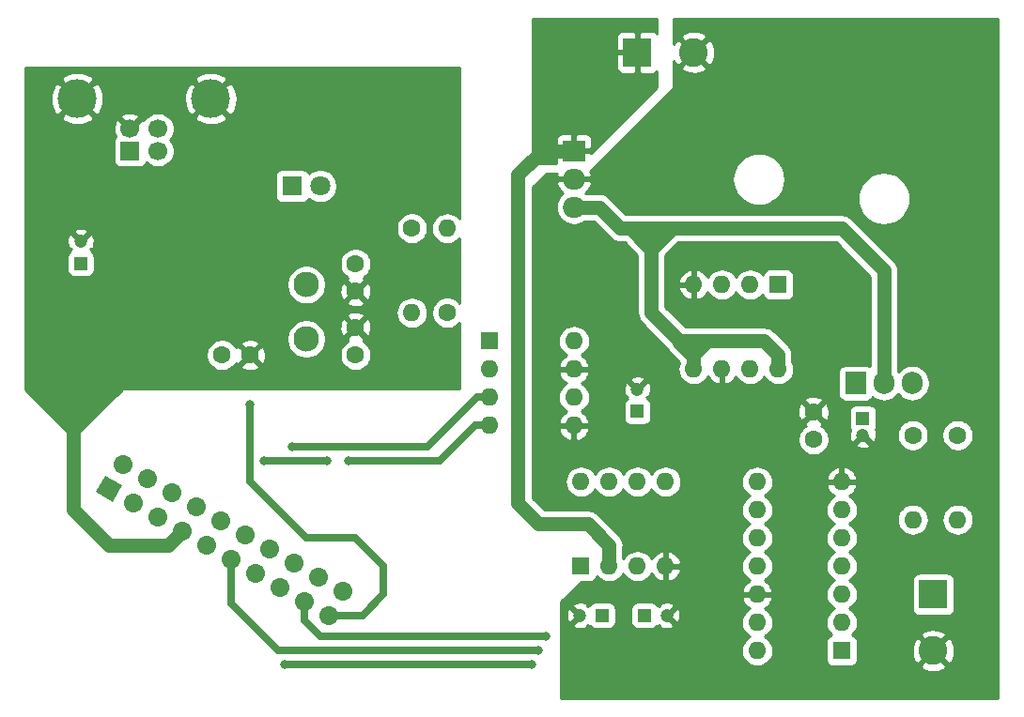
<source format=gbl>
G04 #@! TF.GenerationSoftware,KiCad,Pcbnew,5.1.2-f72e74a~84~ubuntu18.04.1*
G04 #@! TF.CreationDate,2019-07-29T23:39:44+03:00*
G04 #@! TF.ProjectId,tracer,74726163-6572-42e6-9b69-6361645f7063,rev?*
G04 #@! TF.SameCoordinates,Original*
G04 #@! TF.FileFunction,Copper,L2,Bot*
G04 #@! TF.FilePolarity,Positive*
%FSLAX46Y46*%
G04 Gerber Fmt 4.6, Leading zero omitted, Abs format (unit mm)*
G04 Created by KiCad (PCBNEW 5.1.2-f72e74a~84~ubuntu18.04.1) date 2019-07-29 23:39:44*
%MOMM*%
%LPD*%
G04 APERTURE LIST*
%ADD10C,1.700000*%
%ADD11C,1.700000*%
%ADD12C,0.100000*%
%ADD13O,1.600000X1.600000*%
%ADD14R,1.600000X1.600000*%
%ADD15C,1.200000*%
%ADD16R,1.200000X1.200000*%
%ADD17C,1.600000*%
%ADD18C,2.600000*%
%ADD19R,2.600000X2.600000*%
%ADD20C,2.300000*%
%ADD21C,3.500000*%
%ADD22R,1.700000X1.700000*%
%ADD23C,1.800000*%
%ADD24R,1.800000X1.800000*%
%ADD25O,2.000000X1.905000*%
%ADD26R,2.000000X1.905000*%
%ADD27O,1.905000X2.000000*%
%ADD28R,1.905000X2.000000*%
%ADD29C,0.800000*%
%ADD30C,0.635000*%
%ADD31C,1.270000*%
%ADD32C,0.254000*%
G04 APERTURE END LIST*
D10*
X93457341Y-145755295D03*
D11*
X93457341Y-145755295D02*
X93457341Y-145755295D01*
D10*
X92187341Y-147955000D03*
D11*
X92187341Y-147955000D02*
X92187341Y-147955000D01*
D10*
X91257636Y-144485295D03*
D11*
X91257636Y-144485295D02*
X91257636Y-144485295D01*
D10*
X89987636Y-146685000D03*
D11*
X89987636Y-146685000D02*
X89987636Y-146685000D01*
D10*
X89057932Y-143215295D03*
D11*
X89057932Y-143215295D02*
X89057932Y-143215295D01*
D10*
X87787932Y-145415000D03*
D11*
X87787932Y-145415000D02*
X87787932Y-145415000D01*
D10*
X86858227Y-141945295D03*
D11*
X86858227Y-141945295D02*
X86858227Y-141945295D01*
D10*
X85588227Y-144145000D03*
D11*
X85588227Y-144145000D02*
X85588227Y-144145000D01*
D10*
X84658523Y-140675295D03*
D11*
X84658523Y-140675295D02*
X84658523Y-140675295D01*
D10*
X83388523Y-142875000D03*
D11*
X83388523Y-142875000D02*
X83388523Y-142875000D01*
D10*
X82458818Y-139405295D03*
D11*
X82458818Y-139405295D02*
X82458818Y-139405295D01*
D10*
X81188818Y-141605000D03*
D11*
X81188818Y-141605000D02*
X81188818Y-141605000D01*
D10*
X80259114Y-138135295D03*
D11*
X80259114Y-138135295D02*
X80259114Y-138135295D01*
D10*
X78989114Y-140335000D03*
D11*
X78989114Y-140335000D02*
X78989114Y-140335000D01*
D10*
X78059409Y-136865295D03*
D11*
X78059409Y-136865295D02*
X78059409Y-136865295D01*
D10*
X76789409Y-139065000D03*
D11*
X76789409Y-139065000D02*
X76789409Y-139065000D01*
D10*
X75859705Y-135595295D03*
D11*
X75859705Y-135595295D02*
X75859705Y-135595295D01*
D10*
X74589705Y-137795000D03*
D11*
X74589705Y-137795000D02*
X74589705Y-137795000D01*
D10*
X73660000Y-134325295D03*
D11*
X73660000Y-134325295D02*
X73660000Y-134325295D01*
D10*
X72390000Y-136525000D03*
D12*
G36*
X72701122Y-137686122D02*
G01*
X71228878Y-136836122D01*
X72078878Y-135363878D01*
X73551122Y-136213878D01*
X72701122Y-137686122D01*
X72701122Y-137686122D01*
G37*
D13*
X132715000Y-125730000D03*
X125095000Y-118110000D03*
X130175000Y-125730000D03*
X127635000Y-118110000D03*
X127635000Y-125730000D03*
X130175000Y-118110000D03*
X125095000Y-125730000D03*
D14*
X132715000Y-118110000D03*
D15*
X140335000Y-131675000D03*
D16*
X140335000Y-130175000D03*
D17*
X135890000Y-129580000D03*
X135890000Y-132080000D03*
X85090000Y-124460000D03*
X82590000Y-124460000D03*
D18*
X125095000Y-97155000D03*
D19*
X120015000Y-97155000D03*
D18*
X146685000Y-151130000D03*
D19*
X146685000Y-146050000D03*
D15*
X120015000Y-127540000D03*
D16*
X120015000Y-129540000D03*
D15*
X122650000Y-147955000D03*
D16*
X120650000Y-147955000D03*
D15*
X114840000Y-147955000D03*
D16*
X116840000Y-147955000D03*
D17*
X94615000Y-116205000D03*
X94615000Y-118705000D03*
X94615000Y-121960000D03*
X94615000Y-124460000D03*
D20*
X90170000Y-123010000D03*
X90170000Y-118110000D03*
D21*
X81565000Y-101335000D03*
X69525000Y-101335000D03*
D10*
X74295000Y-104045000D03*
X76795000Y-104045000D03*
X76795000Y-106045000D03*
D22*
X74295000Y-106045000D03*
D15*
X69850000Y-114205000D03*
D16*
X69850000Y-116205000D03*
D13*
X102870000Y-113030000D03*
D17*
X102870000Y-120650000D03*
D13*
X99695000Y-120650000D03*
D17*
X99695000Y-113030000D03*
D23*
X91440000Y-109220000D03*
D24*
X88900000Y-109220000D03*
D13*
X130810000Y-151130000D03*
X138430000Y-135890000D03*
X130810000Y-148590000D03*
X138430000Y-138430000D03*
X130810000Y-146050000D03*
X138430000Y-140970000D03*
X130810000Y-143510000D03*
X138430000Y-143510000D03*
X130810000Y-140970000D03*
X138430000Y-146050000D03*
X130810000Y-138430000D03*
X138430000Y-148590000D03*
X130810000Y-135890000D03*
D14*
X138430000Y-151130000D03*
D13*
X114935000Y-135890000D03*
X122555000Y-143510000D03*
X117475000Y-135890000D03*
X120015000Y-143510000D03*
X120015000Y-135890000D03*
X117475000Y-143510000D03*
X122555000Y-135890000D03*
D14*
X114935000Y-143510000D03*
D25*
X114300000Y-111125000D03*
X114300000Y-108585000D03*
D26*
X114300000Y-106045000D03*
D13*
X114300000Y-123190000D03*
X106680000Y-130810000D03*
X114300000Y-125730000D03*
X106680000Y-128270000D03*
X114300000Y-128270000D03*
X106680000Y-125730000D03*
X114300000Y-130810000D03*
D14*
X106680000Y-123190000D03*
D13*
X144830000Y-139300000D03*
D17*
X144830000Y-131680000D03*
D13*
X148880000Y-139300000D03*
D17*
X148880000Y-131680000D03*
D27*
X144780000Y-127000000D03*
X142240000Y-127000000D03*
D28*
X139700000Y-127000000D03*
D29*
X93980000Y-133985000D03*
X111125000Y-151130000D03*
X88900000Y-132715000D03*
X102870000Y-108585000D03*
X69850000Y-121285000D03*
X111760000Y-149860000D03*
X85090000Y-128905000D03*
X92075000Y-133985000D03*
X110490000Y-152400000D03*
X86360000Y-133985000D03*
X88265000Y-152400000D03*
D30*
X106680000Y-130810000D02*
X105410000Y-130810000D01*
X105410000Y-130810000D02*
X102235000Y-133985000D01*
X102235000Y-133985000D02*
X93980000Y-133985000D01*
X93980000Y-133985000D02*
X93980000Y-133985000D01*
X83388523Y-146888523D02*
X83388523Y-142875000D01*
X111125000Y-151130000D02*
X87630000Y-151130000D01*
X87630000Y-151130000D02*
X83388523Y-146888523D01*
X105548630Y-128270000D02*
X101103630Y-132715000D01*
X106680000Y-128270000D02*
X105548630Y-128270000D01*
X101103630Y-132715000D02*
X88900000Y-132715000D01*
D31*
X77719114Y-141605000D02*
X78989114Y-140335000D01*
X77719114Y-141605000D02*
X72390000Y-141605000D01*
X72390000Y-141605000D02*
X69215000Y-138430000D01*
X69215000Y-138430000D02*
X69215000Y-127635000D01*
X109220000Y-108220000D02*
X109220000Y-137795000D01*
X109220000Y-137795000D02*
X111125000Y-139700000D01*
X111125000Y-139700000D02*
X115570000Y-139700000D01*
X117475000Y-141605000D02*
X117475000Y-143510000D01*
X115570000Y-139700000D02*
X117475000Y-141605000D01*
X111395000Y-106045000D02*
X114300000Y-106045000D01*
X109220000Y-108220000D02*
X111395000Y-106045000D01*
X142240000Y-127000000D02*
X142240000Y-116840000D01*
X142240000Y-116840000D02*
X138430000Y-113030000D01*
X116570000Y-111125000D02*
X114300000Y-111125000D01*
X118475000Y-113030000D02*
X116570000Y-111125000D01*
X121285000Y-113030000D02*
X118475000Y-113030000D01*
X121285000Y-120650000D02*
X123825000Y-123190000D01*
X132715000Y-124460000D02*
X131445000Y-123190000D01*
X132715000Y-125730000D02*
X132715000Y-124460000D01*
X123825000Y-123328630D02*
X123825000Y-123190000D01*
X125095000Y-124598630D02*
X123825000Y-123328630D01*
X125095000Y-125730000D02*
X125095000Y-124598630D01*
X125095000Y-124460000D02*
X126365000Y-123190000D01*
X125095000Y-124598630D02*
X125095000Y-124460000D01*
X123825000Y-123190000D02*
X126365000Y-123190000D01*
X126365000Y-123190000D02*
X131445000Y-123190000D01*
X118475000Y-113030000D02*
X119380000Y-113030000D01*
X121285000Y-113030000D02*
X121285000Y-114935000D01*
X119380000Y-113030000D02*
X121285000Y-114935000D01*
X121285000Y-114935000D02*
X121285000Y-120650000D01*
X123190000Y-113030000D02*
X121285000Y-114935000D01*
X123190000Y-113030000D02*
X121285000Y-113030000D01*
X138430000Y-113030000D02*
X123190000Y-113030000D01*
D30*
X89987636Y-148407636D02*
X89987636Y-146685000D01*
X111760000Y-149860000D02*
X91440000Y-149860000D01*
X91440000Y-149860000D02*
X89987636Y-148407636D01*
X97155000Y-146050000D02*
X95250000Y-147955000D01*
X94615000Y-140970000D02*
X97155000Y-143510000D01*
X90170000Y-140970000D02*
X94615000Y-140970000D01*
X85090000Y-128905000D02*
X85090000Y-135890000D01*
X97155000Y-143510000D02*
X97155000Y-146050000D01*
X85090000Y-135890000D02*
X90170000Y-140970000D01*
X95250000Y-147955000D02*
X92187341Y-147955000D01*
X88900000Y-152400000D02*
X88900000Y-152400000D01*
X86360000Y-133985000D02*
X92075000Y-133985000D01*
X110490000Y-152400000D02*
X88265000Y-152400000D01*
D32*
G36*
X152527000Y-155448000D02*
G01*
X113157000Y-155448000D01*
X113157000Y-148033438D01*
X113601505Y-148033438D01*
X113640605Y-148273549D01*
X113725798Y-148501418D01*
X113766652Y-148577852D01*
X113990236Y-148625159D01*
X114660395Y-147955000D01*
X113990236Y-147284841D01*
X113766652Y-147332148D01*
X113665763Y-147553516D01*
X113610000Y-147790313D01*
X113601505Y-148033438D01*
X113157000Y-148033438D01*
X113157000Y-147105236D01*
X114169841Y-147105236D01*
X114840000Y-147775395D01*
X114854143Y-147761253D01*
X115033748Y-147940858D01*
X115019605Y-147955000D01*
X115033748Y-147969143D01*
X114854143Y-148148748D01*
X114840000Y-148134605D01*
X114169841Y-148804764D01*
X114217148Y-149028348D01*
X114438516Y-149129237D01*
X114675313Y-149185000D01*
X114918438Y-149193495D01*
X115158549Y-149154395D01*
X115386418Y-149069202D01*
X115462852Y-149028348D01*
X115510158Y-148804766D01*
X115627264Y-148921872D01*
X115685142Y-148863994D01*
X115709463Y-148909494D01*
X115788815Y-149006185D01*
X115885506Y-149085537D01*
X115995820Y-149144502D01*
X116115518Y-149180812D01*
X116240000Y-149193072D01*
X117440000Y-149193072D01*
X117564482Y-149180812D01*
X117684180Y-149144502D01*
X117794494Y-149085537D01*
X117891185Y-149006185D01*
X117970537Y-148909494D01*
X118029502Y-148799180D01*
X118065812Y-148679482D01*
X118078072Y-148555000D01*
X118078072Y-147355000D01*
X119411928Y-147355000D01*
X119411928Y-148555000D01*
X119424188Y-148679482D01*
X119460498Y-148799180D01*
X119519463Y-148909494D01*
X119598815Y-149006185D01*
X119695506Y-149085537D01*
X119805820Y-149144502D01*
X119925518Y-149180812D01*
X120050000Y-149193072D01*
X121250000Y-149193072D01*
X121374482Y-149180812D01*
X121494180Y-149144502D01*
X121604494Y-149085537D01*
X121701185Y-149006185D01*
X121780537Y-148909494D01*
X121804858Y-148863994D01*
X121862736Y-148921872D01*
X121979842Y-148804766D01*
X122027148Y-149028348D01*
X122248516Y-149129237D01*
X122485313Y-149185000D01*
X122728438Y-149193495D01*
X122968549Y-149154395D01*
X123196418Y-149069202D01*
X123272852Y-149028348D01*
X123320159Y-148804764D01*
X122650000Y-148134605D01*
X122635858Y-148148748D01*
X122456253Y-147969143D01*
X122470395Y-147955000D01*
X122829605Y-147955000D01*
X123499764Y-148625159D01*
X123665933Y-148590000D01*
X129368057Y-148590000D01*
X129395764Y-148871309D01*
X129477818Y-149141808D01*
X129611068Y-149391101D01*
X129790392Y-149609608D01*
X130008899Y-149788932D01*
X130141858Y-149860000D01*
X130008899Y-149931068D01*
X129790392Y-150110392D01*
X129611068Y-150328899D01*
X129477818Y-150578192D01*
X129395764Y-150848691D01*
X129368057Y-151130000D01*
X129395764Y-151411309D01*
X129477818Y-151681808D01*
X129611068Y-151931101D01*
X129790392Y-152149608D01*
X130008899Y-152328932D01*
X130258192Y-152462182D01*
X130528691Y-152544236D01*
X130739508Y-152565000D01*
X130880492Y-152565000D01*
X131091309Y-152544236D01*
X131361808Y-152462182D01*
X131611101Y-152328932D01*
X131829608Y-152149608D01*
X132008932Y-151931101D01*
X132142182Y-151681808D01*
X132224236Y-151411309D01*
X132251943Y-151130000D01*
X132224236Y-150848691D01*
X132142182Y-150578192D01*
X132008932Y-150328899D01*
X131829608Y-150110392D01*
X131611101Y-149931068D01*
X131478142Y-149860000D01*
X131611101Y-149788932D01*
X131829608Y-149609608D01*
X132008932Y-149391101D01*
X132142182Y-149141808D01*
X132224236Y-148871309D01*
X132251943Y-148590000D01*
X132224236Y-148308691D01*
X132142182Y-148038192D01*
X132008932Y-147788899D01*
X131829608Y-147570392D01*
X131611101Y-147391068D01*
X131473318Y-147317421D01*
X131665131Y-147202385D01*
X131873519Y-147013414D01*
X132041037Y-146787420D01*
X132161246Y-146533087D01*
X132201904Y-146399039D01*
X132079915Y-146177000D01*
X130937000Y-146177000D01*
X130937000Y-146197000D01*
X130683000Y-146197000D01*
X130683000Y-146177000D01*
X129540085Y-146177000D01*
X129418096Y-146399039D01*
X129458754Y-146533087D01*
X129578963Y-146787420D01*
X129746481Y-147013414D01*
X129954869Y-147202385D01*
X130146682Y-147317421D01*
X130008899Y-147391068D01*
X129790392Y-147570392D01*
X129611068Y-147788899D01*
X129477818Y-148038192D01*
X129395764Y-148308691D01*
X129368057Y-148590000D01*
X123665933Y-148590000D01*
X123723348Y-148577852D01*
X123824237Y-148356484D01*
X123880000Y-148119687D01*
X123888495Y-147876562D01*
X123849395Y-147636451D01*
X123764202Y-147408582D01*
X123723348Y-147332148D01*
X123499764Y-147284841D01*
X122829605Y-147955000D01*
X122470395Y-147955000D01*
X122456253Y-147940858D01*
X122635858Y-147761253D01*
X122650000Y-147775395D01*
X123320159Y-147105236D01*
X123272852Y-146881652D01*
X123051484Y-146780763D01*
X122814687Y-146725000D01*
X122571562Y-146716505D01*
X122331451Y-146755605D01*
X122103582Y-146840798D01*
X122027148Y-146881652D01*
X121979842Y-147105234D01*
X121862736Y-146988128D01*
X121804858Y-147046006D01*
X121780537Y-147000506D01*
X121701185Y-146903815D01*
X121604494Y-146824463D01*
X121494180Y-146765498D01*
X121374482Y-146729188D01*
X121250000Y-146716928D01*
X120050000Y-146716928D01*
X119925518Y-146729188D01*
X119805820Y-146765498D01*
X119695506Y-146824463D01*
X119598815Y-146903815D01*
X119519463Y-147000506D01*
X119460498Y-147110820D01*
X119424188Y-147230518D01*
X119411928Y-147355000D01*
X118078072Y-147355000D01*
X118065812Y-147230518D01*
X118029502Y-147110820D01*
X117970537Y-147000506D01*
X117891185Y-146903815D01*
X117794494Y-146824463D01*
X117684180Y-146765498D01*
X117564482Y-146729188D01*
X117440000Y-146716928D01*
X116240000Y-146716928D01*
X116115518Y-146729188D01*
X115995820Y-146765498D01*
X115885506Y-146824463D01*
X115788815Y-146903815D01*
X115709463Y-147000506D01*
X115685142Y-147046006D01*
X115627264Y-146988128D01*
X115510158Y-147105234D01*
X115462852Y-146881652D01*
X115241484Y-146780763D01*
X115004687Y-146725000D01*
X114761562Y-146716505D01*
X114521451Y-146755605D01*
X114293582Y-146840798D01*
X114217148Y-146881652D01*
X114169841Y-147105236D01*
X113157000Y-147105236D01*
X113157000Y-146737606D01*
X114946534Y-144948072D01*
X115735000Y-144948072D01*
X115859482Y-144935812D01*
X115979180Y-144899502D01*
X116089494Y-144840537D01*
X116186185Y-144761185D01*
X116265537Y-144664494D01*
X116324502Y-144554180D01*
X116360812Y-144434482D01*
X116362581Y-144416518D01*
X116455392Y-144529608D01*
X116673899Y-144708932D01*
X116923192Y-144842182D01*
X117193691Y-144924236D01*
X117404508Y-144945000D01*
X117545492Y-144945000D01*
X117756309Y-144924236D01*
X118026808Y-144842182D01*
X118276101Y-144708932D01*
X118494608Y-144529608D01*
X118673932Y-144311101D01*
X118745000Y-144178142D01*
X118816068Y-144311101D01*
X118995392Y-144529608D01*
X119213899Y-144708932D01*
X119463192Y-144842182D01*
X119733691Y-144924236D01*
X119944508Y-144945000D01*
X120085492Y-144945000D01*
X120296309Y-144924236D01*
X120566808Y-144842182D01*
X120816101Y-144708932D01*
X121034608Y-144529608D01*
X121213932Y-144311101D01*
X121287579Y-144173318D01*
X121402615Y-144365131D01*
X121591586Y-144573519D01*
X121817580Y-144741037D01*
X122071913Y-144861246D01*
X122205961Y-144901904D01*
X122428000Y-144779915D01*
X122428000Y-143637000D01*
X122682000Y-143637000D01*
X122682000Y-144779915D01*
X122904039Y-144901904D01*
X123038087Y-144861246D01*
X123292420Y-144741037D01*
X123518414Y-144573519D01*
X123707385Y-144365131D01*
X123852070Y-144123881D01*
X123946909Y-143859040D01*
X123825624Y-143637000D01*
X122682000Y-143637000D01*
X122428000Y-143637000D01*
X122408000Y-143637000D01*
X122408000Y-143383000D01*
X122428000Y-143383000D01*
X122428000Y-142240085D01*
X122682000Y-142240085D01*
X122682000Y-143383000D01*
X123825624Y-143383000D01*
X123946909Y-143160960D01*
X123852070Y-142896119D01*
X123707385Y-142654869D01*
X123518414Y-142446481D01*
X123292420Y-142278963D01*
X123038087Y-142158754D01*
X122904039Y-142118096D01*
X122682000Y-142240085D01*
X122428000Y-142240085D01*
X122205961Y-142118096D01*
X122071913Y-142158754D01*
X121817580Y-142278963D01*
X121591586Y-142446481D01*
X121402615Y-142654869D01*
X121287579Y-142846682D01*
X121213932Y-142708899D01*
X121034608Y-142490392D01*
X120816101Y-142311068D01*
X120566808Y-142177818D01*
X120296309Y-142095764D01*
X120085492Y-142075000D01*
X119944508Y-142075000D01*
X119733691Y-142095764D01*
X119463192Y-142177818D01*
X119213899Y-142311068D01*
X118995392Y-142490392D01*
X118816068Y-142708899D01*
X118745000Y-142841858D01*
X118745000Y-141667380D01*
X118751144Y-141605000D01*
X118726623Y-141356037D01*
X118654003Y-141116641D01*
X118575622Y-140970000D01*
X118536075Y-140896012D01*
X118425334Y-140761074D01*
X118417135Y-140751083D01*
X118417132Y-140751080D01*
X118377370Y-140702630D01*
X118328921Y-140662869D01*
X116512141Y-138846091D01*
X116472370Y-138797630D01*
X116278988Y-138638925D01*
X116058359Y-138520997D01*
X115818963Y-138448377D01*
X115632380Y-138430000D01*
X115632373Y-138430000D01*
X115570000Y-138423857D01*
X115507627Y-138430000D01*
X111651052Y-138430000D01*
X110617000Y-137395950D01*
X110617000Y-135890000D01*
X113493057Y-135890000D01*
X113520764Y-136171309D01*
X113602818Y-136441808D01*
X113736068Y-136691101D01*
X113915392Y-136909608D01*
X114133899Y-137088932D01*
X114383192Y-137222182D01*
X114653691Y-137304236D01*
X114864508Y-137325000D01*
X115005492Y-137325000D01*
X115216309Y-137304236D01*
X115486808Y-137222182D01*
X115736101Y-137088932D01*
X115954608Y-136909608D01*
X116133932Y-136691101D01*
X116205000Y-136558142D01*
X116276068Y-136691101D01*
X116455392Y-136909608D01*
X116673899Y-137088932D01*
X116923192Y-137222182D01*
X117193691Y-137304236D01*
X117404508Y-137325000D01*
X117545492Y-137325000D01*
X117756309Y-137304236D01*
X118026808Y-137222182D01*
X118276101Y-137088932D01*
X118494608Y-136909608D01*
X118673932Y-136691101D01*
X118745000Y-136558142D01*
X118816068Y-136691101D01*
X118995392Y-136909608D01*
X119213899Y-137088932D01*
X119463192Y-137222182D01*
X119733691Y-137304236D01*
X119944508Y-137325000D01*
X120085492Y-137325000D01*
X120296309Y-137304236D01*
X120566808Y-137222182D01*
X120816101Y-137088932D01*
X121034608Y-136909608D01*
X121213932Y-136691101D01*
X121285000Y-136558142D01*
X121356068Y-136691101D01*
X121535392Y-136909608D01*
X121753899Y-137088932D01*
X122003192Y-137222182D01*
X122273691Y-137304236D01*
X122484508Y-137325000D01*
X122625492Y-137325000D01*
X122836309Y-137304236D01*
X123106808Y-137222182D01*
X123356101Y-137088932D01*
X123574608Y-136909608D01*
X123753932Y-136691101D01*
X123887182Y-136441808D01*
X123969236Y-136171309D01*
X123996943Y-135890000D01*
X129368057Y-135890000D01*
X129395764Y-136171309D01*
X129477818Y-136441808D01*
X129611068Y-136691101D01*
X129790392Y-136909608D01*
X130008899Y-137088932D01*
X130141858Y-137160000D01*
X130008899Y-137231068D01*
X129790392Y-137410392D01*
X129611068Y-137628899D01*
X129477818Y-137878192D01*
X129395764Y-138148691D01*
X129368057Y-138430000D01*
X129395764Y-138711309D01*
X129477818Y-138981808D01*
X129611068Y-139231101D01*
X129790392Y-139449608D01*
X130008899Y-139628932D01*
X130141858Y-139700000D01*
X130008899Y-139771068D01*
X129790392Y-139950392D01*
X129611068Y-140168899D01*
X129477818Y-140418192D01*
X129395764Y-140688691D01*
X129368057Y-140970000D01*
X129395764Y-141251309D01*
X129477818Y-141521808D01*
X129611068Y-141771101D01*
X129790392Y-141989608D01*
X130008899Y-142168932D01*
X130141858Y-142240000D01*
X130008899Y-142311068D01*
X129790392Y-142490392D01*
X129611068Y-142708899D01*
X129477818Y-142958192D01*
X129395764Y-143228691D01*
X129368057Y-143510000D01*
X129395764Y-143791309D01*
X129477818Y-144061808D01*
X129611068Y-144311101D01*
X129790392Y-144529608D01*
X130008899Y-144708932D01*
X130146682Y-144782579D01*
X129954869Y-144897615D01*
X129746481Y-145086586D01*
X129578963Y-145312580D01*
X129458754Y-145566913D01*
X129418096Y-145700961D01*
X129540085Y-145923000D01*
X130683000Y-145923000D01*
X130683000Y-145903000D01*
X130937000Y-145903000D01*
X130937000Y-145923000D01*
X132079915Y-145923000D01*
X132201904Y-145700961D01*
X132161246Y-145566913D01*
X132041037Y-145312580D01*
X131873519Y-145086586D01*
X131665131Y-144897615D01*
X131473318Y-144782579D01*
X131611101Y-144708932D01*
X131829608Y-144529608D01*
X132008932Y-144311101D01*
X132142182Y-144061808D01*
X132224236Y-143791309D01*
X132251943Y-143510000D01*
X132224236Y-143228691D01*
X132142182Y-142958192D01*
X132008932Y-142708899D01*
X131829608Y-142490392D01*
X131611101Y-142311068D01*
X131478142Y-142240000D01*
X131611101Y-142168932D01*
X131829608Y-141989608D01*
X132008932Y-141771101D01*
X132142182Y-141521808D01*
X132224236Y-141251309D01*
X132251943Y-140970000D01*
X132224236Y-140688691D01*
X132142182Y-140418192D01*
X132008932Y-140168899D01*
X131829608Y-139950392D01*
X131611101Y-139771068D01*
X131478142Y-139700000D01*
X131611101Y-139628932D01*
X131829608Y-139449608D01*
X132008932Y-139231101D01*
X132142182Y-138981808D01*
X132224236Y-138711309D01*
X132251943Y-138430000D01*
X136988057Y-138430000D01*
X137015764Y-138711309D01*
X137097818Y-138981808D01*
X137231068Y-139231101D01*
X137410392Y-139449608D01*
X137628899Y-139628932D01*
X137761858Y-139700000D01*
X137628899Y-139771068D01*
X137410392Y-139950392D01*
X137231068Y-140168899D01*
X137097818Y-140418192D01*
X137015764Y-140688691D01*
X136988057Y-140970000D01*
X137015764Y-141251309D01*
X137097818Y-141521808D01*
X137231068Y-141771101D01*
X137410392Y-141989608D01*
X137628899Y-142168932D01*
X137761858Y-142240000D01*
X137628899Y-142311068D01*
X137410392Y-142490392D01*
X137231068Y-142708899D01*
X137097818Y-142958192D01*
X137015764Y-143228691D01*
X136988057Y-143510000D01*
X137015764Y-143791309D01*
X137097818Y-144061808D01*
X137231068Y-144311101D01*
X137410392Y-144529608D01*
X137628899Y-144708932D01*
X137761858Y-144780000D01*
X137628899Y-144851068D01*
X137410392Y-145030392D01*
X137231068Y-145248899D01*
X137097818Y-145498192D01*
X137015764Y-145768691D01*
X136988057Y-146050000D01*
X137015764Y-146331309D01*
X137097818Y-146601808D01*
X137231068Y-146851101D01*
X137410392Y-147069608D01*
X137628899Y-147248932D01*
X137761858Y-147320000D01*
X137628899Y-147391068D01*
X137410392Y-147570392D01*
X137231068Y-147788899D01*
X137097818Y-148038192D01*
X137015764Y-148308691D01*
X136988057Y-148590000D01*
X137015764Y-148871309D01*
X137097818Y-149141808D01*
X137231068Y-149391101D01*
X137410392Y-149609608D01*
X137523482Y-149702419D01*
X137505518Y-149704188D01*
X137385820Y-149740498D01*
X137275506Y-149799463D01*
X137178815Y-149878815D01*
X137099463Y-149975506D01*
X137040498Y-150085820D01*
X137004188Y-150205518D01*
X136991928Y-150330000D01*
X136991928Y-151930000D01*
X137004188Y-152054482D01*
X137040498Y-152174180D01*
X137099463Y-152284494D01*
X137178815Y-152381185D01*
X137275506Y-152460537D01*
X137385820Y-152519502D01*
X137505518Y-152555812D01*
X137630000Y-152568072D01*
X139230000Y-152568072D01*
X139354482Y-152555812D01*
X139474180Y-152519502D01*
X139549533Y-152479224D01*
X145515381Y-152479224D01*
X145647317Y-152774312D01*
X145988045Y-152945159D01*
X146355557Y-153046250D01*
X146735729Y-153073701D01*
X147113951Y-153026457D01*
X147475690Y-152906333D01*
X147722683Y-152774312D01*
X147854619Y-152479224D01*
X146685000Y-151309605D01*
X145515381Y-152479224D01*
X139549533Y-152479224D01*
X139584494Y-152460537D01*
X139681185Y-152381185D01*
X139760537Y-152284494D01*
X139819502Y-152174180D01*
X139855812Y-152054482D01*
X139868072Y-151930000D01*
X139868072Y-151180729D01*
X144741299Y-151180729D01*
X144788543Y-151558951D01*
X144908667Y-151920690D01*
X145040688Y-152167683D01*
X145335776Y-152299619D01*
X146505395Y-151130000D01*
X146864605Y-151130000D01*
X148034224Y-152299619D01*
X148329312Y-152167683D01*
X148500159Y-151826955D01*
X148601250Y-151459443D01*
X148628701Y-151079271D01*
X148581457Y-150701049D01*
X148461333Y-150339310D01*
X148329312Y-150092317D01*
X148034224Y-149960381D01*
X146864605Y-151130000D01*
X146505395Y-151130000D01*
X145335776Y-149960381D01*
X145040688Y-150092317D01*
X144869841Y-150433045D01*
X144768750Y-150800557D01*
X144741299Y-151180729D01*
X139868072Y-151180729D01*
X139868072Y-150330000D01*
X139855812Y-150205518D01*
X139819502Y-150085820D01*
X139760537Y-149975506D01*
X139681185Y-149878815D01*
X139584494Y-149799463D01*
X139549534Y-149780776D01*
X145515381Y-149780776D01*
X146685000Y-150950395D01*
X147854619Y-149780776D01*
X147722683Y-149485688D01*
X147381955Y-149314841D01*
X147014443Y-149213750D01*
X146634271Y-149186299D01*
X146256049Y-149233543D01*
X145894310Y-149353667D01*
X145647317Y-149485688D01*
X145515381Y-149780776D01*
X139549534Y-149780776D01*
X139474180Y-149740498D01*
X139354482Y-149704188D01*
X139336518Y-149702419D01*
X139449608Y-149609608D01*
X139628932Y-149391101D01*
X139762182Y-149141808D01*
X139844236Y-148871309D01*
X139871943Y-148590000D01*
X139844236Y-148308691D01*
X139762182Y-148038192D01*
X139628932Y-147788899D01*
X139449608Y-147570392D01*
X139231101Y-147391068D01*
X139098142Y-147320000D01*
X139231101Y-147248932D01*
X139449608Y-147069608D01*
X139628932Y-146851101D01*
X139762182Y-146601808D01*
X139844236Y-146331309D01*
X139871943Y-146050000D01*
X139844236Y-145768691D01*
X139762182Y-145498192D01*
X139628932Y-145248899D01*
X139449608Y-145030392D01*
X139231101Y-144851068D01*
X139098142Y-144780000D01*
X139154268Y-144750000D01*
X144746928Y-144750000D01*
X144746928Y-147350000D01*
X144759188Y-147474482D01*
X144795498Y-147594180D01*
X144854463Y-147704494D01*
X144933815Y-147801185D01*
X145030506Y-147880537D01*
X145140820Y-147939502D01*
X145260518Y-147975812D01*
X145385000Y-147988072D01*
X147985000Y-147988072D01*
X148109482Y-147975812D01*
X148229180Y-147939502D01*
X148339494Y-147880537D01*
X148436185Y-147801185D01*
X148515537Y-147704494D01*
X148574502Y-147594180D01*
X148610812Y-147474482D01*
X148623072Y-147350000D01*
X148623072Y-144750000D01*
X148610812Y-144625518D01*
X148574502Y-144505820D01*
X148515537Y-144395506D01*
X148436185Y-144298815D01*
X148339494Y-144219463D01*
X148229180Y-144160498D01*
X148109482Y-144124188D01*
X147985000Y-144111928D01*
X145385000Y-144111928D01*
X145260518Y-144124188D01*
X145140820Y-144160498D01*
X145030506Y-144219463D01*
X144933815Y-144298815D01*
X144854463Y-144395506D01*
X144795498Y-144505820D01*
X144759188Y-144625518D01*
X144746928Y-144750000D01*
X139154268Y-144750000D01*
X139231101Y-144708932D01*
X139449608Y-144529608D01*
X139628932Y-144311101D01*
X139762182Y-144061808D01*
X139844236Y-143791309D01*
X139871943Y-143510000D01*
X139844236Y-143228691D01*
X139762182Y-142958192D01*
X139628932Y-142708899D01*
X139449608Y-142490392D01*
X139231101Y-142311068D01*
X139098142Y-142240000D01*
X139231101Y-142168932D01*
X139449608Y-141989608D01*
X139628932Y-141771101D01*
X139762182Y-141521808D01*
X139844236Y-141251309D01*
X139871943Y-140970000D01*
X139844236Y-140688691D01*
X139762182Y-140418192D01*
X139628932Y-140168899D01*
X139449608Y-139950392D01*
X139231101Y-139771068D01*
X139098142Y-139700000D01*
X139231101Y-139628932D01*
X139449608Y-139449608D01*
X139572388Y-139300000D01*
X143388057Y-139300000D01*
X143415764Y-139581309D01*
X143497818Y-139851808D01*
X143631068Y-140101101D01*
X143810392Y-140319608D01*
X144028899Y-140498932D01*
X144278192Y-140632182D01*
X144548691Y-140714236D01*
X144759508Y-140735000D01*
X144900492Y-140735000D01*
X145111309Y-140714236D01*
X145381808Y-140632182D01*
X145631101Y-140498932D01*
X145849608Y-140319608D01*
X146028932Y-140101101D01*
X146162182Y-139851808D01*
X146244236Y-139581309D01*
X146271943Y-139300000D01*
X147438057Y-139300000D01*
X147465764Y-139581309D01*
X147547818Y-139851808D01*
X147681068Y-140101101D01*
X147860392Y-140319608D01*
X148078899Y-140498932D01*
X148328192Y-140632182D01*
X148598691Y-140714236D01*
X148809508Y-140735000D01*
X148950492Y-140735000D01*
X149161309Y-140714236D01*
X149431808Y-140632182D01*
X149681101Y-140498932D01*
X149899608Y-140319608D01*
X150078932Y-140101101D01*
X150212182Y-139851808D01*
X150294236Y-139581309D01*
X150321943Y-139300000D01*
X150294236Y-139018691D01*
X150212182Y-138748192D01*
X150078932Y-138498899D01*
X149899608Y-138280392D01*
X149681101Y-138101068D01*
X149431808Y-137967818D01*
X149161309Y-137885764D01*
X148950492Y-137865000D01*
X148809508Y-137865000D01*
X148598691Y-137885764D01*
X148328192Y-137967818D01*
X148078899Y-138101068D01*
X147860392Y-138280392D01*
X147681068Y-138498899D01*
X147547818Y-138748192D01*
X147465764Y-139018691D01*
X147438057Y-139300000D01*
X146271943Y-139300000D01*
X146244236Y-139018691D01*
X146162182Y-138748192D01*
X146028932Y-138498899D01*
X145849608Y-138280392D01*
X145631101Y-138101068D01*
X145381808Y-137967818D01*
X145111309Y-137885764D01*
X144900492Y-137865000D01*
X144759508Y-137865000D01*
X144548691Y-137885764D01*
X144278192Y-137967818D01*
X144028899Y-138101068D01*
X143810392Y-138280392D01*
X143631068Y-138498899D01*
X143497818Y-138748192D01*
X143415764Y-139018691D01*
X143388057Y-139300000D01*
X139572388Y-139300000D01*
X139628932Y-139231101D01*
X139762182Y-138981808D01*
X139844236Y-138711309D01*
X139871943Y-138430000D01*
X139844236Y-138148691D01*
X139762182Y-137878192D01*
X139628932Y-137628899D01*
X139449608Y-137410392D01*
X139231101Y-137231068D01*
X139093318Y-137157421D01*
X139285131Y-137042385D01*
X139493519Y-136853414D01*
X139661037Y-136627420D01*
X139781246Y-136373087D01*
X139821904Y-136239039D01*
X139699915Y-136017000D01*
X138557000Y-136017000D01*
X138557000Y-136037000D01*
X138303000Y-136037000D01*
X138303000Y-136017000D01*
X137160085Y-136017000D01*
X137038096Y-136239039D01*
X137078754Y-136373087D01*
X137198963Y-136627420D01*
X137366481Y-136853414D01*
X137574869Y-137042385D01*
X137766682Y-137157421D01*
X137628899Y-137231068D01*
X137410392Y-137410392D01*
X137231068Y-137628899D01*
X137097818Y-137878192D01*
X137015764Y-138148691D01*
X136988057Y-138430000D01*
X132251943Y-138430000D01*
X132224236Y-138148691D01*
X132142182Y-137878192D01*
X132008932Y-137628899D01*
X131829608Y-137410392D01*
X131611101Y-137231068D01*
X131478142Y-137160000D01*
X131611101Y-137088932D01*
X131829608Y-136909608D01*
X132008932Y-136691101D01*
X132142182Y-136441808D01*
X132224236Y-136171309D01*
X132251943Y-135890000D01*
X132224236Y-135608691D01*
X132203691Y-135540961D01*
X137038096Y-135540961D01*
X137160085Y-135763000D01*
X138303000Y-135763000D01*
X138303000Y-134619376D01*
X138557000Y-134619376D01*
X138557000Y-135763000D01*
X139699915Y-135763000D01*
X139821904Y-135540961D01*
X139781246Y-135406913D01*
X139661037Y-135152580D01*
X139493519Y-134926586D01*
X139285131Y-134737615D01*
X139043881Y-134592930D01*
X138779040Y-134498091D01*
X138557000Y-134619376D01*
X138303000Y-134619376D01*
X138080960Y-134498091D01*
X137816119Y-134592930D01*
X137574869Y-134737615D01*
X137366481Y-134926586D01*
X137198963Y-135152580D01*
X137078754Y-135406913D01*
X137038096Y-135540961D01*
X132203691Y-135540961D01*
X132142182Y-135338192D01*
X132008932Y-135088899D01*
X131829608Y-134870392D01*
X131611101Y-134691068D01*
X131361808Y-134557818D01*
X131091309Y-134475764D01*
X130880492Y-134455000D01*
X130739508Y-134455000D01*
X130528691Y-134475764D01*
X130258192Y-134557818D01*
X130008899Y-134691068D01*
X129790392Y-134870392D01*
X129611068Y-135088899D01*
X129477818Y-135338192D01*
X129395764Y-135608691D01*
X129368057Y-135890000D01*
X123996943Y-135890000D01*
X123969236Y-135608691D01*
X123887182Y-135338192D01*
X123753932Y-135088899D01*
X123574608Y-134870392D01*
X123356101Y-134691068D01*
X123106808Y-134557818D01*
X122836309Y-134475764D01*
X122625492Y-134455000D01*
X122484508Y-134455000D01*
X122273691Y-134475764D01*
X122003192Y-134557818D01*
X121753899Y-134691068D01*
X121535392Y-134870392D01*
X121356068Y-135088899D01*
X121285000Y-135221858D01*
X121213932Y-135088899D01*
X121034608Y-134870392D01*
X120816101Y-134691068D01*
X120566808Y-134557818D01*
X120296309Y-134475764D01*
X120085492Y-134455000D01*
X119944508Y-134455000D01*
X119733691Y-134475764D01*
X119463192Y-134557818D01*
X119213899Y-134691068D01*
X118995392Y-134870392D01*
X118816068Y-135088899D01*
X118745000Y-135221858D01*
X118673932Y-135088899D01*
X118494608Y-134870392D01*
X118276101Y-134691068D01*
X118026808Y-134557818D01*
X117756309Y-134475764D01*
X117545492Y-134455000D01*
X117404508Y-134455000D01*
X117193691Y-134475764D01*
X116923192Y-134557818D01*
X116673899Y-134691068D01*
X116455392Y-134870392D01*
X116276068Y-135088899D01*
X116205000Y-135221858D01*
X116133932Y-135088899D01*
X115954608Y-134870392D01*
X115736101Y-134691068D01*
X115486808Y-134557818D01*
X115216309Y-134475764D01*
X115005492Y-134455000D01*
X114864508Y-134455000D01*
X114653691Y-134475764D01*
X114383192Y-134557818D01*
X114133899Y-134691068D01*
X113915392Y-134870392D01*
X113736068Y-135088899D01*
X113602818Y-135338192D01*
X113520764Y-135608691D01*
X113493057Y-135890000D01*
X110617000Y-135890000D01*
X110617000Y-131159039D01*
X112908096Y-131159039D01*
X112948754Y-131293087D01*
X113068963Y-131547420D01*
X113236481Y-131773414D01*
X113444869Y-131962385D01*
X113686119Y-132107070D01*
X113950960Y-132201909D01*
X114173000Y-132080624D01*
X114173000Y-130937000D01*
X114427000Y-130937000D01*
X114427000Y-132080624D01*
X114649040Y-132201909D01*
X114913881Y-132107070D01*
X115155131Y-131962385D01*
X115181288Y-131938665D01*
X134455000Y-131938665D01*
X134455000Y-132221335D01*
X134510147Y-132498574D01*
X134618320Y-132759727D01*
X134775363Y-132994759D01*
X134975241Y-133194637D01*
X135210273Y-133351680D01*
X135471426Y-133459853D01*
X135748665Y-133515000D01*
X136031335Y-133515000D01*
X136308574Y-133459853D01*
X136569727Y-133351680D01*
X136804759Y-133194637D01*
X137004637Y-132994759D01*
X137161680Y-132759727D01*
X137259004Y-132524764D01*
X139664841Y-132524764D01*
X139712148Y-132748348D01*
X139933516Y-132849237D01*
X140170313Y-132905000D01*
X140413438Y-132913495D01*
X140653549Y-132874395D01*
X140881418Y-132789202D01*
X140957852Y-132748348D01*
X141005159Y-132524764D01*
X140335000Y-131854605D01*
X139664841Y-132524764D01*
X137259004Y-132524764D01*
X137269853Y-132498574D01*
X137325000Y-132221335D01*
X137325000Y-131938665D01*
X137288156Y-131753438D01*
X139096505Y-131753438D01*
X139135605Y-131993549D01*
X139220798Y-132221418D01*
X139261652Y-132297852D01*
X139485236Y-132345159D01*
X140155395Y-131675000D01*
X140141253Y-131660858D01*
X140320858Y-131481253D01*
X140335000Y-131495395D01*
X140349143Y-131481253D01*
X140528748Y-131660858D01*
X140514605Y-131675000D01*
X141184764Y-132345159D01*
X141408348Y-132297852D01*
X141509237Y-132076484D01*
X141565000Y-131839687D01*
X141573495Y-131596562D01*
X141564067Y-131538665D01*
X143395000Y-131538665D01*
X143395000Y-131821335D01*
X143450147Y-132098574D01*
X143558320Y-132359727D01*
X143715363Y-132594759D01*
X143915241Y-132794637D01*
X144150273Y-132951680D01*
X144411426Y-133059853D01*
X144688665Y-133115000D01*
X144971335Y-133115000D01*
X145248574Y-133059853D01*
X145509727Y-132951680D01*
X145744759Y-132794637D01*
X145944637Y-132594759D01*
X146101680Y-132359727D01*
X146209853Y-132098574D01*
X146265000Y-131821335D01*
X146265000Y-131538665D01*
X147445000Y-131538665D01*
X147445000Y-131821335D01*
X147500147Y-132098574D01*
X147608320Y-132359727D01*
X147765363Y-132594759D01*
X147965241Y-132794637D01*
X148200273Y-132951680D01*
X148461426Y-133059853D01*
X148738665Y-133115000D01*
X149021335Y-133115000D01*
X149298574Y-133059853D01*
X149559727Y-132951680D01*
X149794759Y-132794637D01*
X149994637Y-132594759D01*
X150151680Y-132359727D01*
X150259853Y-132098574D01*
X150315000Y-131821335D01*
X150315000Y-131538665D01*
X150259853Y-131261426D01*
X150151680Y-131000273D01*
X149994637Y-130765241D01*
X149794759Y-130565363D01*
X149559727Y-130408320D01*
X149298574Y-130300147D01*
X149021335Y-130245000D01*
X148738665Y-130245000D01*
X148461426Y-130300147D01*
X148200273Y-130408320D01*
X147965241Y-130565363D01*
X147765363Y-130765241D01*
X147608320Y-131000273D01*
X147500147Y-131261426D01*
X147445000Y-131538665D01*
X146265000Y-131538665D01*
X146209853Y-131261426D01*
X146101680Y-131000273D01*
X145944637Y-130765241D01*
X145744759Y-130565363D01*
X145509727Y-130408320D01*
X145248574Y-130300147D01*
X144971335Y-130245000D01*
X144688665Y-130245000D01*
X144411426Y-130300147D01*
X144150273Y-130408320D01*
X143915241Y-130565363D01*
X143715363Y-130765241D01*
X143558320Y-131000273D01*
X143450147Y-131261426D01*
X143395000Y-131538665D01*
X141564067Y-131538665D01*
X141534395Y-131356451D01*
X141454549Y-131142883D01*
X141465537Y-131129494D01*
X141524502Y-131019180D01*
X141560812Y-130899482D01*
X141573072Y-130775000D01*
X141573072Y-129575000D01*
X141560812Y-129450518D01*
X141524502Y-129330820D01*
X141465537Y-129220506D01*
X141386185Y-129123815D01*
X141289494Y-129044463D01*
X141179180Y-128985498D01*
X141059482Y-128949188D01*
X140935000Y-128936928D01*
X139735000Y-128936928D01*
X139610518Y-128949188D01*
X139490820Y-128985498D01*
X139380506Y-129044463D01*
X139283815Y-129123815D01*
X139204463Y-129220506D01*
X139145498Y-129330820D01*
X139109188Y-129450518D01*
X139096928Y-129575000D01*
X139096928Y-130775000D01*
X139109188Y-130899482D01*
X139145498Y-131019180D01*
X139204463Y-131129494D01*
X139218568Y-131146681D01*
X139160763Y-131273516D01*
X139105000Y-131510313D01*
X139096505Y-131753438D01*
X137288156Y-131753438D01*
X137269853Y-131661426D01*
X137161680Y-131400273D01*
X137004637Y-131165241D01*
X136804759Y-130965363D01*
X136604131Y-130831308D01*
X136631514Y-130816671D01*
X136703097Y-130572702D01*
X135890000Y-129759605D01*
X135076903Y-130572702D01*
X135148486Y-130816671D01*
X135177341Y-130830324D01*
X134975241Y-130965363D01*
X134775363Y-131165241D01*
X134618320Y-131400273D01*
X134510147Y-131661426D01*
X134455000Y-131938665D01*
X115181288Y-131938665D01*
X115363519Y-131773414D01*
X115531037Y-131547420D01*
X115651246Y-131293087D01*
X115691904Y-131159039D01*
X115569915Y-130937000D01*
X114427000Y-130937000D01*
X114173000Y-130937000D01*
X113030085Y-130937000D01*
X112908096Y-131159039D01*
X110617000Y-131159039D01*
X110617000Y-128270000D01*
X112858057Y-128270000D01*
X112885764Y-128551309D01*
X112967818Y-128821808D01*
X113101068Y-129071101D01*
X113280392Y-129289608D01*
X113498899Y-129468932D01*
X113636682Y-129542579D01*
X113444869Y-129657615D01*
X113236481Y-129846586D01*
X113068963Y-130072580D01*
X112948754Y-130326913D01*
X112908096Y-130460961D01*
X113030085Y-130683000D01*
X114173000Y-130683000D01*
X114173000Y-130663000D01*
X114427000Y-130663000D01*
X114427000Y-130683000D01*
X115569915Y-130683000D01*
X115691904Y-130460961D01*
X115651246Y-130326913D01*
X115531037Y-130072580D01*
X115363519Y-129846586D01*
X115155131Y-129657615D01*
X114963318Y-129542579D01*
X115101101Y-129468932D01*
X115319608Y-129289608D01*
X115498932Y-129071101D01*
X115632182Y-128821808D01*
X115714236Y-128551309D01*
X115741943Y-128270000D01*
X115714236Y-127988691D01*
X115632182Y-127718192D01*
X115578863Y-127618438D01*
X118776505Y-127618438D01*
X118815605Y-127858549D01*
X118900798Y-128086418D01*
X118941652Y-128162852D01*
X119165234Y-128210158D01*
X119048128Y-128327264D01*
X119106006Y-128385142D01*
X119060506Y-128409463D01*
X118963815Y-128488815D01*
X118884463Y-128585506D01*
X118825498Y-128695820D01*
X118789188Y-128815518D01*
X118776928Y-128940000D01*
X118776928Y-130140000D01*
X118789188Y-130264482D01*
X118825498Y-130384180D01*
X118884463Y-130494494D01*
X118963815Y-130591185D01*
X119060506Y-130670537D01*
X119170820Y-130729502D01*
X119290518Y-130765812D01*
X119415000Y-130778072D01*
X120615000Y-130778072D01*
X120739482Y-130765812D01*
X120859180Y-130729502D01*
X120969494Y-130670537D01*
X121066185Y-130591185D01*
X121145537Y-130494494D01*
X121204502Y-130384180D01*
X121240812Y-130264482D01*
X121253072Y-130140000D01*
X121253072Y-129650512D01*
X134449783Y-129650512D01*
X134491213Y-129930130D01*
X134586397Y-130196292D01*
X134653329Y-130321514D01*
X134897298Y-130393097D01*
X135710395Y-129580000D01*
X136069605Y-129580000D01*
X136882702Y-130393097D01*
X137126671Y-130321514D01*
X137247571Y-130066004D01*
X137316300Y-129791816D01*
X137330217Y-129509488D01*
X137288787Y-129229870D01*
X137193603Y-128963708D01*
X137126671Y-128838486D01*
X136882702Y-128766903D01*
X136069605Y-129580000D01*
X135710395Y-129580000D01*
X134897298Y-128766903D01*
X134653329Y-128838486D01*
X134532429Y-129093996D01*
X134463700Y-129368184D01*
X134449783Y-129650512D01*
X121253072Y-129650512D01*
X121253072Y-128940000D01*
X121240812Y-128815518D01*
X121204502Y-128695820D01*
X121146495Y-128587298D01*
X135076903Y-128587298D01*
X135890000Y-129400395D01*
X136703097Y-128587298D01*
X136631514Y-128343329D01*
X136376004Y-128222429D01*
X136101816Y-128153700D01*
X135819488Y-128139783D01*
X135539870Y-128181213D01*
X135273708Y-128276397D01*
X135148486Y-128343329D01*
X135076903Y-128587298D01*
X121146495Y-128587298D01*
X121145537Y-128585506D01*
X121066185Y-128488815D01*
X120969494Y-128409463D01*
X120923994Y-128385142D01*
X120981872Y-128327264D01*
X120864766Y-128210158D01*
X121088348Y-128162852D01*
X121189237Y-127941484D01*
X121245000Y-127704687D01*
X121253495Y-127461562D01*
X121214395Y-127221451D01*
X121129202Y-126993582D01*
X121088348Y-126917148D01*
X120864764Y-126869841D01*
X120194605Y-127540000D01*
X120208748Y-127554143D01*
X120029143Y-127733748D01*
X120015000Y-127719605D01*
X120000858Y-127733748D01*
X119821253Y-127554143D01*
X119835395Y-127540000D01*
X119165236Y-126869841D01*
X118941652Y-126917148D01*
X118840763Y-127138516D01*
X118785000Y-127375313D01*
X118776505Y-127618438D01*
X115578863Y-127618438D01*
X115498932Y-127468899D01*
X115319608Y-127250392D01*
X115101101Y-127071068D01*
X114963318Y-126997421D01*
X115155131Y-126882385D01*
X115363519Y-126693414D01*
X115365874Y-126690236D01*
X119344841Y-126690236D01*
X120015000Y-127360395D01*
X120685159Y-126690236D01*
X120637852Y-126466652D01*
X120416484Y-126365763D01*
X120179687Y-126310000D01*
X119936562Y-126301505D01*
X119696451Y-126340605D01*
X119468582Y-126425798D01*
X119392148Y-126466652D01*
X119344841Y-126690236D01*
X115365874Y-126690236D01*
X115531037Y-126467420D01*
X115651246Y-126213087D01*
X115691904Y-126079039D01*
X115569915Y-125857000D01*
X114427000Y-125857000D01*
X114427000Y-125877000D01*
X114173000Y-125877000D01*
X114173000Y-125857000D01*
X113030085Y-125857000D01*
X112908096Y-126079039D01*
X112948754Y-126213087D01*
X113068963Y-126467420D01*
X113236481Y-126693414D01*
X113444869Y-126882385D01*
X113636682Y-126997421D01*
X113498899Y-127071068D01*
X113280392Y-127250392D01*
X113101068Y-127468899D01*
X112967818Y-127718192D01*
X112885764Y-127988691D01*
X112858057Y-128270000D01*
X110617000Y-128270000D01*
X110617000Y-123190000D01*
X112858057Y-123190000D01*
X112885764Y-123471309D01*
X112967818Y-123741808D01*
X113101068Y-123991101D01*
X113280392Y-124209608D01*
X113498899Y-124388932D01*
X113636682Y-124462579D01*
X113444869Y-124577615D01*
X113236481Y-124766586D01*
X113068963Y-124992580D01*
X112948754Y-125246913D01*
X112908096Y-125380961D01*
X113030085Y-125603000D01*
X114173000Y-125603000D01*
X114173000Y-125583000D01*
X114427000Y-125583000D01*
X114427000Y-125603000D01*
X115569915Y-125603000D01*
X115691904Y-125380961D01*
X115651246Y-125246913D01*
X115531037Y-124992580D01*
X115363519Y-124766586D01*
X115155131Y-124577615D01*
X114963318Y-124462579D01*
X115101101Y-124388932D01*
X115319608Y-124209608D01*
X115498932Y-123991101D01*
X115632182Y-123741808D01*
X115714236Y-123471309D01*
X115741943Y-123190000D01*
X115714236Y-122908691D01*
X115632182Y-122638192D01*
X115498932Y-122388899D01*
X115319608Y-122170392D01*
X115101101Y-121991068D01*
X114851808Y-121857818D01*
X114581309Y-121775764D01*
X114370492Y-121755000D01*
X114229508Y-121755000D01*
X114018691Y-121775764D01*
X113748192Y-121857818D01*
X113498899Y-121991068D01*
X113280392Y-122170392D01*
X113101068Y-122388899D01*
X112967818Y-122638192D01*
X112885764Y-122908691D01*
X112858057Y-123190000D01*
X110617000Y-123190000D01*
X110617000Y-111125000D01*
X112657319Y-111125000D01*
X112687970Y-111436204D01*
X112778745Y-111735449D01*
X112926155Y-112011235D01*
X113124537Y-112252963D01*
X113366265Y-112451345D01*
X113642051Y-112598755D01*
X113941296Y-112689530D01*
X114174514Y-112712500D01*
X114425486Y-112712500D01*
X114658704Y-112689530D01*
X114957949Y-112598755D01*
X115233735Y-112451345D01*
X115302391Y-112395000D01*
X116043950Y-112395000D01*
X117532868Y-113883919D01*
X117572630Y-113932370D01*
X117621080Y-113972132D01*
X117621083Y-113972135D01*
X117671086Y-114013171D01*
X117766012Y-114091075D01*
X117986641Y-114209003D01*
X118226037Y-114281623D01*
X118475000Y-114306144D01*
X118537380Y-114300000D01*
X118853950Y-114300000D01*
X120015000Y-115461052D01*
X120015001Y-120587617D01*
X120008857Y-120650000D01*
X120033377Y-120898963D01*
X120105998Y-121138359D01*
X120223926Y-121358988D01*
X120382631Y-121552370D01*
X120431086Y-121592136D01*
X122641669Y-123802720D01*
X122645997Y-123816988D01*
X122763925Y-124037617D01*
X122922630Y-124231000D01*
X122971091Y-124270771D01*
X123803117Y-125102798D01*
X123762818Y-125178192D01*
X123680764Y-125448691D01*
X123653057Y-125730000D01*
X123680764Y-126011309D01*
X123762818Y-126281808D01*
X123896068Y-126531101D01*
X124075392Y-126749608D01*
X124293899Y-126928932D01*
X124543192Y-127062182D01*
X124813691Y-127144236D01*
X125024508Y-127165000D01*
X125165492Y-127165000D01*
X125376309Y-127144236D01*
X125646808Y-127062182D01*
X125896101Y-126928932D01*
X126114608Y-126749608D01*
X126293932Y-126531101D01*
X126367579Y-126393318D01*
X126482615Y-126585131D01*
X126671586Y-126793519D01*
X126897580Y-126961037D01*
X127151913Y-127081246D01*
X127285961Y-127121904D01*
X127508000Y-126999915D01*
X127508000Y-125857000D01*
X127488000Y-125857000D01*
X127488000Y-125603000D01*
X127508000Y-125603000D01*
X127508000Y-125583000D01*
X127762000Y-125583000D01*
X127762000Y-125603000D01*
X127782000Y-125603000D01*
X127782000Y-125857000D01*
X127762000Y-125857000D01*
X127762000Y-126999915D01*
X127984039Y-127121904D01*
X128118087Y-127081246D01*
X128372420Y-126961037D01*
X128598414Y-126793519D01*
X128787385Y-126585131D01*
X128902421Y-126393318D01*
X128976068Y-126531101D01*
X129155392Y-126749608D01*
X129373899Y-126928932D01*
X129623192Y-127062182D01*
X129893691Y-127144236D01*
X130104508Y-127165000D01*
X130245492Y-127165000D01*
X130456309Y-127144236D01*
X130726808Y-127062182D01*
X130976101Y-126928932D01*
X131194608Y-126749608D01*
X131373932Y-126531101D01*
X131445000Y-126398142D01*
X131516068Y-126531101D01*
X131695392Y-126749608D01*
X131913899Y-126928932D01*
X132163192Y-127062182D01*
X132433691Y-127144236D01*
X132644508Y-127165000D01*
X132785492Y-127165000D01*
X132996309Y-127144236D01*
X133266808Y-127062182D01*
X133516101Y-126928932D01*
X133734608Y-126749608D01*
X133913932Y-126531101D01*
X134047182Y-126281808D01*
X134129236Y-126011309D01*
X134156943Y-125730000D01*
X134129236Y-125448691D01*
X134047182Y-125178192D01*
X133985000Y-125061858D01*
X133985000Y-124522372D01*
X133991143Y-124459999D01*
X133985000Y-124397626D01*
X133985000Y-124397620D01*
X133966623Y-124211037D01*
X133957981Y-124182546D01*
X133930625Y-124092369D01*
X133894003Y-123971641D01*
X133776075Y-123751012D01*
X133617370Y-123557630D01*
X133568914Y-123517863D01*
X132387141Y-122336091D01*
X132347370Y-122287630D01*
X132153988Y-122128925D01*
X131933359Y-122010997D01*
X131693963Y-121938377D01*
X131507380Y-121920000D01*
X131507373Y-121920000D01*
X131445000Y-121913857D01*
X131382627Y-121920000D01*
X126427372Y-121920000D01*
X126364999Y-121913857D01*
X126302626Y-121920000D01*
X124351051Y-121920000D01*
X122555000Y-120123950D01*
X122555000Y-118459040D01*
X123703091Y-118459040D01*
X123797930Y-118723881D01*
X123942615Y-118965131D01*
X124131586Y-119173519D01*
X124357580Y-119341037D01*
X124611913Y-119461246D01*
X124745961Y-119501904D01*
X124968000Y-119379915D01*
X124968000Y-118237000D01*
X123824376Y-118237000D01*
X123703091Y-118459040D01*
X122555000Y-118459040D01*
X122555000Y-117760960D01*
X123703091Y-117760960D01*
X123824376Y-117983000D01*
X124968000Y-117983000D01*
X124968000Y-116840085D01*
X125222000Y-116840085D01*
X125222000Y-117983000D01*
X125242000Y-117983000D01*
X125242000Y-118237000D01*
X125222000Y-118237000D01*
X125222000Y-119379915D01*
X125444039Y-119501904D01*
X125578087Y-119461246D01*
X125832420Y-119341037D01*
X126058414Y-119173519D01*
X126247385Y-118965131D01*
X126362421Y-118773318D01*
X126436068Y-118911101D01*
X126615392Y-119129608D01*
X126833899Y-119308932D01*
X127083192Y-119442182D01*
X127353691Y-119524236D01*
X127564508Y-119545000D01*
X127705492Y-119545000D01*
X127916309Y-119524236D01*
X128186808Y-119442182D01*
X128436101Y-119308932D01*
X128654608Y-119129608D01*
X128833932Y-118911101D01*
X128905000Y-118778142D01*
X128976068Y-118911101D01*
X129155392Y-119129608D01*
X129373899Y-119308932D01*
X129623192Y-119442182D01*
X129893691Y-119524236D01*
X130104508Y-119545000D01*
X130245492Y-119545000D01*
X130456309Y-119524236D01*
X130726808Y-119442182D01*
X130976101Y-119308932D01*
X131194608Y-119129608D01*
X131287419Y-119016518D01*
X131289188Y-119034482D01*
X131325498Y-119154180D01*
X131384463Y-119264494D01*
X131463815Y-119361185D01*
X131560506Y-119440537D01*
X131670820Y-119499502D01*
X131790518Y-119535812D01*
X131915000Y-119548072D01*
X133515000Y-119548072D01*
X133639482Y-119535812D01*
X133759180Y-119499502D01*
X133869494Y-119440537D01*
X133966185Y-119361185D01*
X134045537Y-119264494D01*
X134104502Y-119154180D01*
X134140812Y-119034482D01*
X134153072Y-118910000D01*
X134153072Y-117310000D01*
X134140812Y-117185518D01*
X134104502Y-117065820D01*
X134045537Y-116955506D01*
X133966185Y-116858815D01*
X133869494Y-116779463D01*
X133759180Y-116720498D01*
X133639482Y-116684188D01*
X133515000Y-116671928D01*
X131915000Y-116671928D01*
X131790518Y-116684188D01*
X131670820Y-116720498D01*
X131560506Y-116779463D01*
X131463815Y-116858815D01*
X131384463Y-116955506D01*
X131325498Y-117065820D01*
X131289188Y-117185518D01*
X131287419Y-117203482D01*
X131194608Y-117090392D01*
X130976101Y-116911068D01*
X130726808Y-116777818D01*
X130456309Y-116695764D01*
X130245492Y-116675000D01*
X130104508Y-116675000D01*
X129893691Y-116695764D01*
X129623192Y-116777818D01*
X129373899Y-116911068D01*
X129155392Y-117090392D01*
X128976068Y-117308899D01*
X128905000Y-117441858D01*
X128833932Y-117308899D01*
X128654608Y-117090392D01*
X128436101Y-116911068D01*
X128186808Y-116777818D01*
X127916309Y-116695764D01*
X127705492Y-116675000D01*
X127564508Y-116675000D01*
X127353691Y-116695764D01*
X127083192Y-116777818D01*
X126833899Y-116911068D01*
X126615392Y-117090392D01*
X126436068Y-117308899D01*
X126362421Y-117446682D01*
X126247385Y-117254869D01*
X126058414Y-117046481D01*
X125832420Y-116878963D01*
X125578087Y-116758754D01*
X125444039Y-116718096D01*
X125222000Y-116840085D01*
X124968000Y-116840085D01*
X124745961Y-116718096D01*
X124611913Y-116758754D01*
X124357580Y-116878963D01*
X124131586Y-117046481D01*
X123942615Y-117254869D01*
X123797930Y-117496119D01*
X123703091Y-117760960D01*
X122555000Y-117760960D01*
X122555000Y-115461050D01*
X123716052Y-114300000D01*
X137903950Y-114300000D01*
X140970001Y-117366053D01*
X140970000Y-125449689D01*
X140896680Y-125410498D01*
X140776982Y-125374188D01*
X140652500Y-125361928D01*
X138747500Y-125361928D01*
X138623018Y-125374188D01*
X138503320Y-125410498D01*
X138393006Y-125469463D01*
X138296315Y-125548815D01*
X138216963Y-125645506D01*
X138157998Y-125755820D01*
X138121688Y-125875518D01*
X138109428Y-126000000D01*
X138109428Y-128000000D01*
X138121688Y-128124482D01*
X138157998Y-128244180D01*
X138216963Y-128354494D01*
X138296315Y-128451185D01*
X138393006Y-128530537D01*
X138503320Y-128589502D01*
X138623018Y-128625812D01*
X138747500Y-128638072D01*
X140652500Y-128638072D01*
X140776982Y-128625812D01*
X140896680Y-128589502D01*
X141006994Y-128530537D01*
X141103685Y-128451185D01*
X141183037Y-128354494D01*
X141227905Y-128270553D01*
X141353766Y-128373845D01*
X141629552Y-128521255D01*
X141928797Y-128612030D01*
X142240000Y-128642681D01*
X142551204Y-128612030D01*
X142850449Y-128521255D01*
X143126235Y-128373845D01*
X143367963Y-128175463D01*
X143510000Y-128002391D01*
X143652037Y-128175463D01*
X143893766Y-128373845D01*
X144169552Y-128521255D01*
X144468797Y-128612030D01*
X144780000Y-128642681D01*
X145091204Y-128612030D01*
X145390449Y-128521255D01*
X145666235Y-128373845D01*
X145907963Y-128175463D01*
X146106345Y-127933734D01*
X146253755Y-127657948D01*
X146344530Y-127358703D01*
X146367500Y-127125485D01*
X146367500Y-126874514D01*
X146344530Y-126641296D01*
X146253755Y-126342051D01*
X146106345Y-126066265D01*
X145907963Y-125824537D01*
X145666234Y-125626155D01*
X145390448Y-125478745D01*
X145091203Y-125387970D01*
X144780000Y-125357319D01*
X144468796Y-125387970D01*
X144169551Y-125478745D01*
X143893765Y-125626155D01*
X143652037Y-125824537D01*
X143510000Y-125997609D01*
X143510000Y-116902380D01*
X143516144Y-116840000D01*
X143491623Y-116591037D01*
X143419003Y-116351641D01*
X143343906Y-116211144D01*
X143301075Y-116131012D01*
X143190334Y-115996074D01*
X143182135Y-115986083D01*
X143182132Y-115986080D01*
X143142370Y-115937630D01*
X143093920Y-115897868D01*
X139372141Y-112176091D01*
X139332370Y-112127630D01*
X139138988Y-111968925D01*
X138918359Y-111850997D01*
X138678963Y-111778377D01*
X138492380Y-111760000D01*
X138492373Y-111760000D01*
X138430000Y-111753857D01*
X138367627Y-111760000D01*
X123252380Y-111760000D01*
X123190000Y-111753856D01*
X123127620Y-111760000D01*
X121347380Y-111760000D01*
X121285000Y-111753856D01*
X121222620Y-111760000D01*
X119442373Y-111760000D01*
X119380000Y-111753857D01*
X119317627Y-111760000D01*
X119001052Y-111760000D01*
X117512141Y-110271091D01*
X117472370Y-110222630D01*
X117278988Y-110063925D01*
X117058359Y-109945997D01*
X116818963Y-109873377D01*
X116632380Y-109855000D01*
X116632373Y-109855000D01*
X116570000Y-109848857D01*
X116507627Y-109855000D01*
X115302391Y-109855000D01*
X115296101Y-109849837D01*
X115481315Y-109694437D01*
X115675969Y-109451923D01*
X115819571Y-109176094D01*
X115890563Y-108957980D01*
X115770594Y-108712000D01*
X114427000Y-108712000D01*
X114427000Y-108732000D01*
X114173000Y-108732000D01*
X114173000Y-108712000D01*
X112829406Y-108712000D01*
X112709437Y-108957980D01*
X112780429Y-109176094D01*
X112924031Y-109451923D01*
X113118685Y-109694437D01*
X113303899Y-109849837D01*
X113124537Y-109997037D01*
X112926155Y-110238765D01*
X112778745Y-110514551D01*
X112687970Y-110813796D01*
X112657319Y-111125000D01*
X110617000Y-111125000D01*
X110617000Y-109272606D01*
X111304606Y-108585000D01*
X128563461Y-108585000D01*
X128609510Y-109052542D01*
X128745887Y-109502116D01*
X128967351Y-109916446D01*
X129265391Y-110279609D01*
X129628554Y-110577649D01*
X130042884Y-110799113D01*
X130492458Y-110935490D01*
X130842843Y-110970000D01*
X131077157Y-110970000D01*
X131427542Y-110935490D01*
X131877116Y-110799113D01*
X132291446Y-110577649D01*
X132581022Y-110340000D01*
X139843461Y-110340000D01*
X139889510Y-110807542D01*
X140025887Y-111257116D01*
X140247351Y-111671446D01*
X140545391Y-112034609D01*
X140908554Y-112332649D01*
X141322884Y-112554113D01*
X141772458Y-112690490D01*
X142122843Y-112725000D01*
X142357157Y-112725000D01*
X142707542Y-112690490D01*
X143157116Y-112554113D01*
X143571446Y-112332649D01*
X143934609Y-112034609D01*
X144232649Y-111671446D01*
X144454113Y-111257116D01*
X144590490Y-110807542D01*
X144636539Y-110340000D01*
X144590490Y-109872458D01*
X144454113Y-109422884D01*
X144232649Y-109008554D01*
X143934609Y-108645391D01*
X143571446Y-108347351D01*
X143157116Y-108125887D01*
X142707542Y-107989510D01*
X142357157Y-107955000D01*
X142122843Y-107955000D01*
X141772458Y-107989510D01*
X141322884Y-108125887D01*
X140908554Y-108347351D01*
X140545391Y-108645391D01*
X140247351Y-109008554D01*
X140025887Y-109422884D01*
X139889510Y-109872458D01*
X139843461Y-110340000D01*
X132581022Y-110340000D01*
X132654609Y-110279609D01*
X132952649Y-109916446D01*
X133174113Y-109502116D01*
X133310490Y-109052542D01*
X133356539Y-108585000D01*
X133310490Y-108117458D01*
X133174113Y-107667884D01*
X132952649Y-107253554D01*
X132654609Y-106890391D01*
X132291446Y-106592351D01*
X131877116Y-106370887D01*
X131427542Y-106234510D01*
X131077157Y-106200000D01*
X130842843Y-106200000D01*
X130492458Y-106234510D01*
X130042884Y-106370887D01*
X129628554Y-106592351D01*
X129265391Y-106890391D01*
X128967351Y-107253554D01*
X128745887Y-107667884D01*
X128609510Y-108117458D01*
X128563461Y-108585000D01*
X111304606Y-108585000D01*
X111812606Y-108077000D01*
X112753383Y-108077000D01*
X112709437Y-108212020D01*
X112829406Y-108458000D01*
X114173000Y-108458000D01*
X114173000Y-108438000D01*
X114427000Y-108438000D01*
X114427000Y-108458000D01*
X115770594Y-108458000D01*
X115890563Y-108212020D01*
X115819571Y-107993906D01*
X115780585Y-107919021D01*
X123279803Y-100419803D01*
X123295597Y-100400557D01*
X123307333Y-100378601D01*
X123314560Y-100354776D01*
X123317000Y-100330000D01*
X123317000Y-98504224D01*
X123925381Y-98504224D01*
X124057317Y-98799312D01*
X124398045Y-98970159D01*
X124765557Y-99071250D01*
X125145729Y-99098701D01*
X125523951Y-99051457D01*
X125885690Y-98931333D01*
X126132683Y-98799312D01*
X126264619Y-98504224D01*
X125095000Y-97334605D01*
X123925381Y-98504224D01*
X123317000Y-98504224D01*
X123317000Y-97940670D01*
X123318667Y-97945690D01*
X123450688Y-98192683D01*
X123745776Y-98324619D01*
X124915395Y-97155000D01*
X125274605Y-97155000D01*
X126444224Y-98324619D01*
X126739312Y-98192683D01*
X126910159Y-97851955D01*
X127011250Y-97484443D01*
X127038701Y-97104271D01*
X126991457Y-96726049D01*
X126871333Y-96364310D01*
X126739312Y-96117317D01*
X126444224Y-95985381D01*
X125274605Y-97155000D01*
X124915395Y-97155000D01*
X123745776Y-95985381D01*
X123450688Y-96117317D01*
X123317000Y-96383937D01*
X123317000Y-95805776D01*
X123925381Y-95805776D01*
X125095000Y-96975395D01*
X126264619Y-95805776D01*
X126132683Y-95510688D01*
X125791955Y-95339841D01*
X125424443Y-95238750D01*
X125044271Y-95211299D01*
X124666049Y-95258543D01*
X124304310Y-95378667D01*
X124057317Y-95510688D01*
X123925381Y-95805776D01*
X123317000Y-95805776D01*
X123317000Y-94107000D01*
X152527000Y-94107000D01*
X152527000Y-155448000D01*
X152527000Y-155448000D01*
G37*
X152527000Y-155448000D02*
X113157000Y-155448000D01*
X113157000Y-148033438D01*
X113601505Y-148033438D01*
X113640605Y-148273549D01*
X113725798Y-148501418D01*
X113766652Y-148577852D01*
X113990236Y-148625159D01*
X114660395Y-147955000D01*
X113990236Y-147284841D01*
X113766652Y-147332148D01*
X113665763Y-147553516D01*
X113610000Y-147790313D01*
X113601505Y-148033438D01*
X113157000Y-148033438D01*
X113157000Y-147105236D01*
X114169841Y-147105236D01*
X114840000Y-147775395D01*
X114854143Y-147761253D01*
X115033748Y-147940858D01*
X115019605Y-147955000D01*
X115033748Y-147969143D01*
X114854143Y-148148748D01*
X114840000Y-148134605D01*
X114169841Y-148804764D01*
X114217148Y-149028348D01*
X114438516Y-149129237D01*
X114675313Y-149185000D01*
X114918438Y-149193495D01*
X115158549Y-149154395D01*
X115386418Y-149069202D01*
X115462852Y-149028348D01*
X115510158Y-148804766D01*
X115627264Y-148921872D01*
X115685142Y-148863994D01*
X115709463Y-148909494D01*
X115788815Y-149006185D01*
X115885506Y-149085537D01*
X115995820Y-149144502D01*
X116115518Y-149180812D01*
X116240000Y-149193072D01*
X117440000Y-149193072D01*
X117564482Y-149180812D01*
X117684180Y-149144502D01*
X117794494Y-149085537D01*
X117891185Y-149006185D01*
X117970537Y-148909494D01*
X118029502Y-148799180D01*
X118065812Y-148679482D01*
X118078072Y-148555000D01*
X118078072Y-147355000D01*
X119411928Y-147355000D01*
X119411928Y-148555000D01*
X119424188Y-148679482D01*
X119460498Y-148799180D01*
X119519463Y-148909494D01*
X119598815Y-149006185D01*
X119695506Y-149085537D01*
X119805820Y-149144502D01*
X119925518Y-149180812D01*
X120050000Y-149193072D01*
X121250000Y-149193072D01*
X121374482Y-149180812D01*
X121494180Y-149144502D01*
X121604494Y-149085537D01*
X121701185Y-149006185D01*
X121780537Y-148909494D01*
X121804858Y-148863994D01*
X121862736Y-148921872D01*
X121979842Y-148804766D01*
X122027148Y-149028348D01*
X122248516Y-149129237D01*
X122485313Y-149185000D01*
X122728438Y-149193495D01*
X122968549Y-149154395D01*
X123196418Y-149069202D01*
X123272852Y-149028348D01*
X123320159Y-148804764D01*
X122650000Y-148134605D01*
X122635858Y-148148748D01*
X122456253Y-147969143D01*
X122470395Y-147955000D01*
X122829605Y-147955000D01*
X123499764Y-148625159D01*
X123665933Y-148590000D01*
X129368057Y-148590000D01*
X129395764Y-148871309D01*
X129477818Y-149141808D01*
X129611068Y-149391101D01*
X129790392Y-149609608D01*
X130008899Y-149788932D01*
X130141858Y-149860000D01*
X130008899Y-149931068D01*
X129790392Y-150110392D01*
X129611068Y-150328899D01*
X129477818Y-150578192D01*
X129395764Y-150848691D01*
X129368057Y-151130000D01*
X129395764Y-151411309D01*
X129477818Y-151681808D01*
X129611068Y-151931101D01*
X129790392Y-152149608D01*
X130008899Y-152328932D01*
X130258192Y-152462182D01*
X130528691Y-152544236D01*
X130739508Y-152565000D01*
X130880492Y-152565000D01*
X131091309Y-152544236D01*
X131361808Y-152462182D01*
X131611101Y-152328932D01*
X131829608Y-152149608D01*
X132008932Y-151931101D01*
X132142182Y-151681808D01*
X132224236Y-151411309D01*
X132251943Y-151130000D01*
X132224236Y-150848691D01*
X132142182Y-150578192D01*
X132008932Y-150328899D01*
X131829608Y-150110392D01*
X131611101Y-149931068D01*
X131478142Y-149860000D01*
X131611101Y-149788932D01*
X131829608Y-149609608D01*
X132008932Y-149391101D01*
X132142182Y-149141808D01*
X132224236Y-148871309D01*
X132251943Y-148590000D01*
X132224236Y-148308691D01*
X132142182Y-148038192D01*
X132008932Y-147788899D01*
X131829608Y-147570392D01*
X131611101Y-147391068D01*
X131473318Y-147317421D01*
X131665131Y-147202385D01*
X131873519Y-147013414D01*
X132041037Y-146787420D01*
X132161246Y-146533087D01*
X132201904Y-146399039D01*
X132079915Y-146177000D01*
X130937000Y-146177000D01*
X130937000Y-146197000D01*
X130683000Y-146197000D01*
X130683000Y-146177000D01*
X129540085Y-146177000D01*
X129418096Y-146399039D01*
X129458754Y-146533087D01*
X129578963Y-146787420D01*
X129746481Y-147013414D01*
X129954869Y-147202385D01*
X130146682Y-147317421D01*
X130008899Y-147391068D01*
X129790392Y-147570392D01*
X129611068Y-147788899D01*
X129477818Y-148038192D01*
X129395764Y-148308691D01*
X129368057Y-148590000D01*
X123665933Y-148590000D01*
X123723348Y-148577852D01*
X123824237Y-148356484D01*
X123880000Y-148119687D01*
X123888495Y-147876562D01*
X123849395Y-147636451D01*
X123764202Y-147408582D01*
X123723348Y-147332148D01*
X123499764Y-147284841D01*
X122829605Y-147955000D01*
X122470395Y-147955000D01*
X122456253Y-147940858D01*
X122635858Y-147761253D01*
X122650000Y-147775395D01*
X123320159Y-147105236D01*
X123272852Y-146881652D01*
X123051484Y-146780763D01*
X122814687Y-146725000D01*
X122571562Y-146716505D01*
X122331451Y-146755605D01*
X122103582Y-146840798D01*
X122027148Y-146881652D01*
X121979842Y-147105234D01*
X121862736Y-146988128D01*
X121804858Y-147046006D01*
X121780537Y-147000506D01*
X121701185Y-146903815D01*
X121604494Y-146824463D01*
X121494180Y-146765498D01*
X121374482Y-146729188D01*
X121250000Y-146716928D01*
X120050000Y-146716928D01*
X119925518Y-146729188D01*
X119805820Y-146765498D01*
X119695506Y-146824463D01*
X119598815Y-146903815D01*
X119519463Y-147000506D01*
X119460498Y-147110820D01*
X119424188Y-147230518D01*
X119411928Y-147355000D01*
X118078072Y-147355000D01*
X118065812Y-147230518D01*
X118029502Y-147110820D01*
X117970537Y-147000506D01*
X117891185Y-146903815D01*
X117794494Y-146824463D01*
X117684180Y-146765498D01*
X117564482Y-146729188D01*
X117440000Y-146716928D01*
X116240000Y-146716928D01*
X116115518Y-146729188D01*
X115995820Y-146765498D01*
X115885506Y-146824463D01*
X115788815Y-146903815D01*
X115709463Y-147000506D01*
X115685142Y-147046006D01*
X115627264Y-146988128D01*
X115510158Y-147105234D01*
X115462852Y-146881652D01*
X115241484Y-146780763D01*
X115004687Y-146725000D01*
X114761562Y-146716505D01*
X114521451Y-146755605D01*
X114293582Y-146840798D01*
X114217148Y-146881652D01*
X114169841Y-147105236D01*
X113157000Y-147105236D01*
X113157000Y-146737606D01*
X114946534Y-144948072D01*
X115735000Y-144948072D01*
X115859482Y-144935812D01*
X115979180Y-144899502D01*
X116089494Y-144840537D01*
X116186185Y-144761185D01*
X116265537Y-144664494D01*
X116324502Y-144554180D01*
X116360812Y-144434482D01*
X116362581Y-144416518D01*
X116455392Y-144529608D01*
X116673899Y-144708932D01*
X116923192Y-144842182D01*
X117193691Y-144924236D01*
X117404508Y-144945000D01*
X117545492Y-144945000D01*
X117756309Y-144924236D01*
X118026808Y-144842182D01*
X118276101Y-144708932D01*
X118494608Y-144529608D01*
X118673932Y-144311101D01*
X118745000Y-144178142D01*
X118816068Y-144311101D01*
X118995392Y-144529608D01*
X119213899Y-144708932D01*
X119463192Y-144842182D01*
X119733691Y-144924236D01*
X119944508Y-144945000D01*
X120085492Y-144945000D01*
X120296309Y-144924236D01*
X120566808Y-144842182D01*
X120816101Y-144708932D01*
X121034608Y-144529608D01*
X121213932Y-144311101D01*
X121287579Y-144173318D01*
X121402615Y-144365131D01*
X121591586Y-144573519D01*
X121817580Y-144741037D01*
X122071913Y-144861246D01*
X122205961Y-144901904D01*
X122428000Y-144779915D01*
X122428000Y-143637000D01*
X122682000Y-143637000D01*
X122682000Y-144779915D01*
X122904039Y-144901904D01*
X123038087Y-144861246D01*
X123292420Y-144741037D01*
X123518414Y-144573519D01*
X123707385Y-144365131D01*
X123852070Y-144123881D01*
X123946909Y-143859040D01*
X123825624Y-143637000D01*
X122682000Y-143637000D01*
X122428000Y-143637000D01*
X122408000Y-143637000D01*
X122408000Y-143383000D01*
X122428000Y-143383000D01*
X122428000Y-142240085D01*
X122682000Y-142240085D01*
X122682000Y-143383000D01*
X123825624Y-143383000D01*
X123946909Y-143160960D01*
X123852070Y-142896119D01*
X123707385Y-142654869D01*
X123518414Y-142446481D01*
X123292420Y-142278963D01*
X123038087Y-142158754D01*
X122904039Y-142118096D01*
X122682000Y-142240085D01*
X122428000Y-142240085D01*
X122205961Y-142118096D01*
X122071913Y-142158754D01*
X121817580Y-142278963D01*
X121591586Y-142446481D01*
X121402615Y-142654869D01*
X121287579Y-142846682D01*
X121213932Y-142708899D01*
X121034608Y-142490392D01*
X120816101Y-142311068D01*
X120566808Y-142177818D01*
X120296309Y-142095764D01*
X120085492Y-142075000D01*
X119944508Y-142075000D01*
X119733691Y-142095764D01*
X119463192Y-142177818D01*
X119213899Y-142311068D01*
X118995392Y-142490392D01*
X118816068Y-142708899D01*
X118745000Y-142841858D01*
X118745000Y-141667380D01*
X118751144Y-141605000D01*
X118726623Y-141356037D01*
X118654003Y-141116641D01*
X118575622Y-140970000D01*
X118536075Y-140896012D01*
X118425334Y-140761074D01*
X118417135Y-140751083D01*
X118417132Y-140751080D01*
X118377370Y-140702630D01*
X118328921Y-140662869D01*
X116512141Y-138846091D01*
X116472370Y-138797630D01*
X116278988Y-138638925D01*
X116058359Y-138520997D01*
X115818963Y-138448377D01*
X115632380Y-138430000D01*
X115632373Y-138430000D01*
X115570000Y-138423857D01*
X115507627Y-138430000D01*
X111651052Y-138430000D01*
X110617000Y-137395950D01*
X110617000Y-135890000D01*
X113493057Y-135890000D01*
X113520764Y-136171309D01*
X113602818Y-136441808D01*
X113736068Y-136691101D01*
X113915392Y-136909608D01*
X114133899Y-137088932D01*
X114383192Y-137222182D01*
X114653691Y-137304236D01*
X114864508Y-137325000D01*
X115005492Y-137325000D01*
X115216309Y-137304236D01*
X115486808Y-137222182D01*
X115736101Y-137088932D01*
X115954608Y-136909608D01*
X116133932Y-136691101D01*
X116205000Y-136558142D01*
X116276068Y-136691101D01*
X116455392Y-136909608D01*
X116673899Y-137088932D01*
X116923192Y-137222182D01*
X117193691Y-137304236D01*
X117404508Y-137325000D01*
X117545492Y-137325000D01*
X117756309Y-137304236D01*
X118026808Y-137222182D01*
X118276101Y-137088932D01*
X118494608Y-136909608D01*
X118673932Y-136691101D01*
X118745000Y-136558142D01*
X118816068Y-136691101D01*
X118995392Y-136909608D01*
X119213899Y-137088932D01*
X119463192Y-137222182D01*
X119733691Y-137304236D01*
X119944508Y-137325000D01*
X120085492Y-137325000D01*
X120296309Y-137304236D01*
X120566808Y-137222182D01*
X120816101Y-137088932D01*
X121034608Y-136909608D01*
X121213932Y-136691101D01*
X121285000Y-136558142D01*
X121356068Y-136691101D01*
X121535392Y-136909608D01*
X121753899Y-137088932D01*
X122003192Y-137222182D01*
X122273691Y-137304236D01*
X122484508Y-137325000D01*
X122625492Y-137325000D01*
X122836309Y-137304236D01*
X123106808Y-137222182D01*
X123356101Y-137088932D01*
X123574608Y-136909608D01*
X123753932Y-136691101D01*
X123887182Y-136441808D01*
X123969236Y-136171309D01*
X123996943Y-135890000D01*
X129368057Y-135890000D01*
X129395764Y-136171309D01*
X129477818Y-136441808D01*
X129611068Y-136691101D01*
X129790392Y-136909608D01*
X130008899Y-137088932D01*
X130141858Y-137160000D01*
X130008899Y-137231068D01*
X129790392Y-137410392D01*
X129611068Y-137628899D01*
X129477818Y-137878192D01*
X129395764Y-138148691D01*
X129368057Y-138430000D01*
X129395764Y-138711309D01*
X129477818Y-138981808D01*
X129611068Y-139231101D01*
X129790392Y-139449608D01*
X130008899Y-139628932D01*
X130141858Y-139700000D01*
X130008899Y-139771068D01*
X129790392Y-139950392D01*
X129611068Y-140168899D01*
X129477818Y-140418192D01*
X129395764Y-140688691D01*
X129368057Y-140970000D01*
X129395764Y-141251309D01*
X129477818Y-141521808D01*
X129611068Y-141771101D01*
X129790392Y-141989608D01*
X130008899Y-142168932D01*
X130141858Y-142240000D01*
X130008899Y-142311068D01*
X129790392Y-142490392D01*
X129611068Y-142708899D01*
X129477818Y-142958192D01*
X129395764Y-143228691D01*
X129368057Y-143510000D01*
X129395764Y-143791309D01*
X129477818Y-144061808D01*
X129611068Y-144311101D01*
X129790392Y-144529608D01*
X130008899Y-144708932D01*
X130146682Y-144782579D01*
X129954869Y-144897615D01*
X129746481Y-145086586D01*
X129578963Y-145312580D01*
X129458754Y-145566913D01*
X129418096Y-145700961D01*
X129540085Y-145923000D01*
X130683000Y-145923000D01*
X130683000Y-145903000D01*
X130937000Y-145903000D01*
X130937000Y-145923000D01*
X132079915Y-145923000D01*
X132201904Y-145700961D01*
X132161246Y-145566913D01*
X132041037Y-145312580D01*
X131873519Y-145086586D01*
X131665131Y-144897615D01*
X131473318Y-144782579D01*
X131611101Y-144708932D01*
X131829608Y-144529608D01*
X132008932Y-144311101D01*
X132142182Y-144061808D01*
X132224236Y-143791309D01*
X132251943Y-143510000D01*
X132224236Y-143228691D01*
X132142182Y-142958192D01*
X132008932Y-142708899D01*
X131829608Y-142490392D01*
X131611101Y-142311068D01*
X131478142Y-142240000D01*
X131611101Y-142168932D01*
X131829608Y-141989608D01*
X132008932Y-141771101D01*
X132142182Y-141521808D01*
X132224236Y-141251309D01*
X132251943Y-140970000D01*
X132224236Y-140688691D01*
X132142182Y-140418192D01*
X132008932Y-140168899D01*
X131829608Y-139950392D01*
X131611101Y-139771068D01*
X131478142Y-139700000D01*
X131611101Y-139628932D01*
X131829608Y-139449608D01*
X132008932Y-139231101D01*
X132142182Y-138981808D01*
X132224236Y-138711309D01*
X132251943Y-138430000D01*
X136988057Y-138430000D01*
X137015764Y-138711309D01*
X137097818Y-138981808D01*
X137231068Y-139231101D01*
X137410392Y-139449608D01*
X137628899Y-139628932D01*
X137761858Y-139700000D01*
X137628899Y-139771068D01*
X137410392Y-139950392D01*
X137231068Y-140168899D01*
X137097818Y-140418192D01*
X137015764Y-140688691D01*
X136988057Y-140970000D01*
X137015764Y-141251309D01*
X137097818Y-141521808D01*
X137231068Y-141771101D01*
X137410392Y-141989608D01*
X137628899Y-142168932D01*
X137761858Y-142240000D01*
X137628899Y-142311068D01*
X137410392Y-142490392D01*
X137231068Y-142708899D01*
X137097818Y-142958192D01*
X137015764Y-143228691D01*
X136988057Y-143510000D01*
X137015764Y-143791309D01*
X137097818Y-144061808D01*
X137231068Y-144311101D01*
X137410392Y-144529608D01*
X137628899Y-144708932D01*
X137761858Y-144780000D01*
X137628899Y-144851068D01*
X137410392Y-145030392D01*
X137231068Y-145248899D01*
X137097818Y-145498192D01*
X137015764Y-145768691D01*
X136988057Y-146050000D01*
X137015764Y-146331309D01*
X137097818Y-146601808D01*
X137231068Y-146851101D01*
X137410392Y-147069608D01*
X137628899Y-147248932D01*
X137761858Y-147320000D01*
X137628899Y-147391068D01*
X137410392Y-147570392D01*
X137231068Y-147788899D01*
X137097818Y-148038192D01*
X137015764Y-148308691D01*
X136988057Y-148590000D01*
X137015764Y-148871309D01*
X137097818Y-149141808D01*
X137231068Y-149391101D01*
X137410392Y-149609608D01*
X137523482Y-149702419D01*
X137505518Y-149704188D01*
X137385820Y-149740498D01*
X137275506Y-149799463D01*
X137178815Y-149878815D01*
X137099463Y-149975506D01*
X137040498Y-150085820D01*
X137004188Y-150205518D01*
X136991928Y-150330000D01*
X136991928Y-151930000D01*
X137004188Y-152054482D01*
X137040498Y-152174180D01*
X137099463Y-152284494D01*
X137178815Y-152381185D01*
X137275506Y-152460537D01*
X137385820Y-152519502D01*
X137505518Y-152555812D01*
X137630000Y-152568072D01*
X139230000Y-152568072D01*
X139354482Y-152555812D01*
X139474180Y-152519502D01*
X139549533Y-152479224D01*
X145515381Y-152479224D01*
X145647317Y-152774312D01*
X145988045Y-152945159D01*
X146355557Y-153046250D01*
X146735729Y-153073701D01*
X147113951Y-153026457D01*
X147475690Y-152906333D01*
X147722683Y-152774312D01*
X147854619Y-152479224D01*
X146685000Y-151309605D01*
X145515381Y-152479224D01*
X139549533Y-152479224D01*
X139584494Y-152460537D01*
X139681185Y-152381185D01*
X139760537Y-152284494D01*
X139819502Y-152174180D01*
X139855812Y-152054482D01*
X139868072Y-151930000D01*
X139868072Y-151180729D01*
X144741299Y-151180729D01*
X144788543Y-151558951D01*
X144908667Y-151920690D01*
X145040688Y-152167683D01*
X145335776Y-152299619D01*
X146505395Y-151130000D01*
X146864605Y-151130000D01*
X148034224Y-152299619D01*
X148329312Y-152167683D01*
X148500159Y-151826955D01*
X148601250Y-151459443D01*
X148628701Y-151079271D01*
X148581457Y-150701049D01*
X148461333Y-150339310D01*
X148329312Y-150092317D01*
X148034224Y-149960381D01*
X146864605Y-151130000D01*
X146505395Y-151130000D01*
X145335776Y-149960381D01*
X145040688Y-150092317D01*
X144869841Y-150433045D01*
X144768750Y-150800557D01*
X144741299Y-151180729D01*
X139868072Y-151180729D01*
X139868072Y-150330000D01*
X139855812Y-150205518D01*
X139819502Y-150085820D01*
X139760537Y-149975506D01*
X139681185Y-149878815D01*
X139584494Y-149799463D01*
X139549534Y-149780776D01*
X145515381Y-149780776D01*
X146685000Y-150950395D01*
X147854619Y-149780776D01*
X147722683Y-149485688D01*
X147381955Y-149314841D01*
X147014443Y-149213750D01*
X146634271Y-149186299D01*
X146256049Y-149233543D01*
X145894310Y-149353667D01*
X145647317Y-149485688D01*
X145515381Y-149780776D01*
X139549534Y-149780776D01*
X139474180Y-149740498D01*
X139354482Y-149704188D01*
X139336518Y-149702419D01*
X139449608Y-149609608D01*
X139628932Y-149391101D01*
X139762182Y-149141808D01*
X139844236Y-148871309D01*
X139871943Y-148590000D01*
X139844236Y-148308691D01*
X139762182Y-148038192D01*
X139628932Y-147788899D01*
X139449608Y-147570392D01*
X139231101Y-147391068D01*
X139098142Y-147320000D01*
X139231101Y-147248932D01*
X139449608Y-147069608D01*
X139628932Y-146851101D01*
X139762182Y-146601808D01*
X139844236Y-146331309D01*
X139871943Y-146050000D01*
X139844236Y-145768691D01*
X139762182Y-145498192D01*
X139628932Y-145248899D01*
X139449608Y-145030392D01*
X139231101Y-144851068D01*
X139098142Y-144780000D01*
X139154268Y-144750000D01*
X144746928Y-144750000D01*
X144746928Y-147350000D01*
X144759188Y-147474482D01*
X144795498Y-147594180D01*
X144854463Y-147704494D01*
X144933815Y-147801185D01*
X145030506Y-147880537D01*
X145140820Y-147939502D01*
X145260518Y-147975812D01*
X145385000Y-147988072D01*
X147985000Y-147988072D01*
X148109482Y-147975812D01*
X148229180Y-147939502D01*
X148339494Y-147880537D01*
X148436185Y-147801185D01*
X148515537Y-147704494D01*
X148574502Y-147594180D01*
X148610812Y-147474482D01*
X148623072Y-147350000D01*
X148623072Y-144750000D01*
X148610812Y-144625518D01*
X148574502Y-144505820D01*
X148515537Y-144395506D01*
X148436185Y-144298815D01*
X148339494Y-144219463D01*
X148229180Y-144160498D01*
X148109482Y-144124188D01*
X147985000Y-144111928D01*
X145385000Y-144111928D01*
X145260518Y-144124188D01*
X145140820Y-144160498D01*
X145030506Y-144219463D01*
X144933815Y-144298815D01*
X144854463Y-144395506D01*
X144795498Y-144505820D01*
X144759188Y-144625518D01*
X144746928Y-144750000D01*
X139154268Y-144750000D01*
X139231101Y-144708932D01*
X139449608Y-144529608D01*
X139628932Y-144311101D01*
X139762182Y-144061808D01*
X139844236Y-143791309D01*
X139871943Y-143510000D01*
X139844236Y-143228691D01*
X139762182Y-142958192D01*
X139628932Y-142708899D01*
X139449608Y-142490392D01*
X139231101Y-142311068D01*
X139098142Y-142240000D01*
X139231101Y-142168932D01*
X139449608Y-141989608D01*
X139628932Y-141771101D01*
X139762182Y-141521808D01*
X139844236Y-141251309D01*
X139871943Y-140970000D01*
X139844236Y-140688691D01*
X139762182Y-140418192D01*
X139628932Y-140168899D01*
X139449608Y-139950392D01*
X139231101Y-139771068D01*
X139098142Y-139700000D01*
X139231101Y-139628932D01*
X139449608Y-139449608D01*
X139572388Y-139300000D01*
X143388057Y-139300000D01*
X143415764Y-139581309D01*
X143497818Y-139851808D01*
X143631068Y-140101101D01*
X143810392Y-140319608D01*
X144028899Y-140498932D01*
X144278192Y-140632182D01*
X144548691Y-140714236D01*
X144759508Y-140735000D01*
X144900492Y-140735000D01*
X145111309Y-140714236D01*
X145381808Y-140632182D01*
X145631101Y-140498932D01*
X145849608Y-140319608D01*
X146028932Y-140101101D01*
X146162182Y-139851808D01*
X146244236Y-139581309D01*
X146271943Y-139300000D01*
X147438057Y-139300000D01*
X147465764Y-139581309D01*
X147547818Y-139851808D01*
X147681068Y-140101101D01*
X147860392Y-140319608D01*
X148078899Y-140498932D01*
X148328192Y-140632182D01*
X148598691Y-140714236D01*
X148809508Y-140735000D01*
X148950492Y-140735000D01*
X149161309Y-140714236D01*
X149431808Y-140632182D01*
X149681101Y-140498932D01*
X149899608Y-140319608D01*
X150078932Y-140101101D01*
X150212182Y-139851808D01*
X150294236Y-139581309D01*
X150321943Y-139300000D01*
X150294236Y-139018691D01*
X150212182Y-138748192D01*
X150078932Y-138498899D01*
X149899608Y-138280392D01*
X149681101Y-138101068D01*
X149431808Y-137967818D01*
X149161309Y-137885764D01*
X148950492Y-137865000D01*
X148809508Y-137865000D01*
X148598691Y-137885764D01*
X148328192Y-137967818D01*
X148078899Y-138101068D01*
X147860392Y-138280392D01*
X147681068Y-138498899D01*
X147547818Y-138748192D01*
X147465764Y-139018691D01*
X147438057Y-139300000D01*
X146271943Y-139300000D01*
X146244236Y-139018691D01*
X146162182Y-138748192D01*
X146028932Y-138498899D01*
X145849608Y-138280392D01*
X145631101Y-138101068D01*
X145381808Y-137967818D01*
X145111309Y-137885764D01*
X144900492Y-137865000D01*
X144759508Y-137865000D01*
X144548691Y-137885764D01*
X144278192Y-137967818D01*
X144028899Y-138101068D01*
X143810392Y-138280392D01*
X143631068Y-138498899D01*
X143497818Y-138748192D01*
X143415764Y-139018691D01*
X143388057Y-139300000D01*
X139572388Y-139300000D01*
X139628932Y-139231101D01*
X139762182Y-138981808D01*
X139844236Y-138711309D01*
X139871943Y-138430000D01*
X139844236Y-138148691D01*
X139762182Y-137878192D01*
X139628932Y-137628899D01*
X139449608Y-137410392D01*
X139231101Y-137231068D01*
X139093318Y-137157421D01*
X139285131Y-137042385D01*
X139493519Y-136853414D01*
X139661037Y-136627420D01*
X139781246Y-136373087D01*
X139821904Y-136239039D01*
X139699915Y-136017000D01*
X138557000Y-136017000D01*
X138557000Y-136037000D01*
X138303000Y-136037000D01*
X138303000Y-136017000D01*
X137160085Y-136017000D01*
X137038096Y-136239039D01*
X137078754Y-136373087D01*
X137198963Y-136627420D01*
X137366481Y-136853414D01*
X137574869Y-137042385D01*
X137766682Y-137157421D01*
X137628899Y-137231068D01*
X137410392Y-137410392D01*
X137231068Y-137628899D01*
X137097818Y-137878192D01*
X137015764Y-138148691D01*
X136988057Y-138430000D01*
X132251943Y-138430000D01*
X132224236Y-138148691D01*
X132142182Y-137878192D01*
X132008932Y-137628899D01*
X131829608Y-137410392D01*
X131611101Y-137231068D01*
X131478142Y-137160000D01*
X131611101Y-137088932D01*
X131829608Y-136909608D01*
X132008932Y-136691101D01*
X132142182Y-136441808D01*
X132224236Y-136171309D01*
X132251943Y-135890000D01*
X132224236Y-135608691D01*
X132203691Y-135540961D01*
X137038096Y-135540961D01*
X137160085Y-135763000D01*
X138303000Y-135763000D01*
X138303000Y-134619376D01*
X138557000Y-134619376D01*
X138557000Y-135763000D01*
X139699915Y-135763000D01*
X139821904Y-135540961D01*
X139781246Y-135406913D01*
X139661037Y-135152580D01*
X139493519Y-134926586D01*
X139285131Y-134737615D01*
X139043881Y-134592930D01*
X138779040Y-134498091D01*
X138557000Y-134619376D01*
X138303000Y-134619376D01*
X138080960Y-134498091D01*
X137816119Y-134592930D01*
X137574869Y-134737615D01*
X137366481Y-134926586D01*
X137198963Y-135152580D01*
X137078754Y-135406913D01*
X137038096Y-135540961D01*
X132203691Y-135540961D01*
X132142182Y-135338192D01*
X132008932Y-135088899D01*
X131829608Y-134870392D01*
X131611101Y-134691068D01*
X131361808Y-134557818D01*
X131091309Y-134475764D01*
X130880492Y-134455000D01*
X130739508Y-134455000D01*
X130528691Y-134475764D01*
X130258192Y-134557818D01*
X130008899Y-134691068D01*
X129790392Y-134870392D01*
X129611068Y-135088899D01*
X129477818Y-135338192D01*
X129395764Y-135608691D01*
X129368057Y-135890000D01*
X123996943Y-135890000D01*
X123969236Y-135608691D01*
X123887182Y-135338192D01*
X123753932Y-135088899D01*
X123574608Y-134870392D01*
X123356101Y-134691068D01*
X123106808Y-134557818D01*
X122836309Y-134475764D01*
X122625492Y-134455000D01*
X122484508Y-134455000D01*
X122273691Y-134475764D01*
X122003192Y-134557818D01*
X121753899Y-134691068D01*
X121535392Y-134870392D01*
X121356068Y-135088899D01*
X121285000Y-135221858D01*
X121213932Y-135088899D01*
X121034608Y-134870392D01*
X120816101Y-134691068D01*
X120566808Y-134557818D01*
X120296309Y-134475764D01*
X120085492Y-134455000D01*
X119944508Y-134455000D01*
X119733691Y-134475764D01*
X119463192Y-134557818D01*
X119213899Y-134691068D01*
X118995392Y-134870392D01*
X118816068Y-135088899D01*
X118745000Y-135221858D01*
X118673932Y-135088899D01*
X118494608Y-134870392D01*
X118276101Y-134691068D01*
X118026808Y-134557818D01*
X117756309Y-134475764D01*
X117545492Y-134455000D01*
X117404508Y-134455000D01*
X117193691Y-134475764D01*
X116923192Y-134557818D01*
X116673899Y-134691068D01*
X116455392Y-134870392D01*
X116276068Y-135088899D01*
X116205000Y-135221858D01*
X116133932Y-135088899D01*
X115954608Y-134870392D01*
X115736101Y-134691068D01*
X115486808Y-134557818D01*
X115216309Y-134475764D01*
X115005492Y-134455000D01*
X114864508Y-134455000D01*
X114653691Y-134475764D01*
X114383192Y-134557818D01*
X114133899Y-134691068D01*
X113915392Y-134870392D01*
X113736068Y-135088899D01*
X113602818Y-135338192D01*
X113520764Y-135608691D01*
X113493057Y-135890000D01*
X110617000Y-135890000D01*
X110617000Y-131159039D01*
X112908096Y-131159039D01*
X112948754Y-131293087D01*
X113068963Y-131547420D01*
X113236481Y-131773414D01*
X113444869Y-131962385D01*
X113686119Y-132107070D01*
X113950960Y-132201909D01*
X114173000Y-132080624D01*
X114173000Y-130937000D01*
X114427000Y-130937000D01*
X114427000Y-132080624D01*
X114649040Y-132201909D01*
X114913881Y-132107070D01*
X115155131Y-131962385D01*
X115181288Y-131938665D01*
X134455000Y-131938665D01*
X134455000Y-132221335D01*
X134510147Y-132498574D01*
X134618320Y-132759727D01*
X134775363Y-132994759D01*
X134975241Y-133194637D01*
X135210273Y-133351680D01*
X135471426Y-133459853D01*
X135748665Y-133515000D01*
X136031335Y-133515000D01*
X136308574Y-133459853D01*
X136569727Y-133351680D01*
X136804759Y-133194637D01*
X137004637Y-132994759D01*
X137161680Y-132759727D01*
X137259004Y-132524764D01*
X139664841Y-132524764D01*
X139712148Y-132748348D01*
X139933516Y-132849237D01*
X140170313Y-132905000D01*
X140413438Y-132913495D01*
X140653549Y-132874395D01*
X140881418Y-132789202D01*
X140957852Y-132748348D01*
X141005159Y-132524764D01*
X140335000Y-131854605D01*
X139664841Y-132524764D01*
X137259004Y-132524764D01*
X137269853Y-132498574D01*
X137325000Y-132221335D01*
X137325000Y-131938665D01*
X137288156Y-131753438D01*
X139096505Y-131753438D01*
X139135605Y-131993549D01*
X139220798Y-132221418D01*
X139261652Y-132297852D01*
X139485236Y-132345159D01*
X140155395Y-131675000D01*
X140141253Y-131660858D01*
X140320858Y-131481253D01*
X140335000Y-131495395D01*
X140349143Y-131481253D01*
X140528748Y-131660858D01*
X140514605Y-131675000D01*
X141184764Y-132345159D01*
X141408348Y-132297852D01*
X141509237Y-132076484D01*
X141565000Y-131839687D01*
X141573495Y-131596562D01*
X141564067Y-131538665D01*
X143395000Y-131538665D01*
X143395000Y-131821335D01*
X143450147Y-132098574D01*
X143558320Y-132359727D01*
X143715363Y-132594759D01*
X143915241Y-132794637D01*
X144150273Y-132951680D01*
X144411426Y-133059853D01*
X144688665Y-133115000D01*
X144971335Y-133115000D01*
X145248574Y-133059853D01*
X145509727Y-132951680D01*
X145744759Y-132794637D01*
X145944637Y-132594759D01*
X146101680Y-132359727D01*
X146209853Y-132098574D01*
X146265000Y-131821335D01*
X146265000Y-131538665D01*
X147445000Y-131538665D01*
X147445000Y-131821335D01*
X147500147Y-132098574D01*
X147608320Y-132359727D01*
X147765363Y-132594759D01*
X147965241Y-132794637D01*
X148200273Y-132951680D01*
X148461426Y-133059853D01*
X148738665Y-133115000D01*
X149021335Y-133115000D01*
X149298574Y-133059853D01*
X149559727Y-132951680D01*
X149794759Y-132794637D01*
X149994637Y-132594759D01*
X150151680Y-132359727D01*
X150259853Y-132098574D01*
X150315000Y-131821335D01*
X150315000Y-131538665D01*
X150259853Y-131261426D01*
X150151680Y-131000273D01*
X149994637Y-130765241D01*
X149794759Y-130565363D01*
X149559727Y-130408320D01*
X149298574Y-130300147D01*
X149021335Y-130245000D01*
X148738665Y-130245000D01*
X148461426Y-130300147D01*
X148200273Y-130408320D01*
X147965241Y-130565363D01*
X147765363Y-130765241D01*
X147608320Y-131000273D01*
X147500147Y-131261426D01*
X147445000Y-131538665D01*
X146265000Y-131538665D01*
X146209853Y-131261426D01*
X146101680Y-131000273D01*
X145944637Y-130765241D01*
X145744759Y-130565363D01*
X145509727Y-130408320D01*
X145248574Y-130300147D01*
X144971335Y-130245000D01*
X144688665Y-130245000D01*
X144411426Y-130300147D01*
X144150273Y-130408320D01*
X143915241Y-130565363D01*
X143715363Y-130765241D01*
X143558320Y-131000273D01*
X143450147Y-131261426D01*
X143395000Y-131538665D01*
X141564067Y-131538665D01*
X141534395Y-131356451D01*
X141454549Y-131142883D01*
X141465537Y-131129494D01*
X141524502Y-131019180D01*
X141560812Y-130899482D01*
X141573072Y-130775000D01*
X141573072Y-129575000D01*
X141560812Y-129450518D01*
X141524502Y-129330820D01*
X141465537Y-129220506D01*
X141386185Y-129123815D01*
X141289494Y-129044463D01*
X141179180Y-128985498D01*
X141059482Y-128949188D01*
X140935000Y-128936928D01*
X139735000Y-128936928D01*
X139610518Y-128949188D01*
X139490820Y-128985498D01*
X139380506Y-129044463D01*
X139283815Y-129123815D01*
X139204463Y-129220506D01*
X139145498Y-129330820D01*
X139109188Y-129450518D01*
X139096928Y-129575000D01*
X139096928Y-130775000D01*
X139109188Y-130899482D01*
X139145498Y-131019180D01*
X139204463Y-131129494D01*
X139218568Y-131146681D01*
X139160763Y-131273516D01*
X139105000Y-131510313D01*
X139096505Y-131753438D01*
X137288156Y-131753438D01*
X137269853Y-131661426D01*
X137161680Y-131400273D01*
X137004637Y-131165241D01*
X136804759Y-130965363D01*
X136604131Y-130831308D01*
X136631514Y-130816671D01*
X136703097Y-130572702D01*
X135890000Y-129759605D01*
X135076903Y-130572702D01*
X135148486Y-130816671D01*
X135177341Y-130830324D01*
X134975241Y-130965363D01*
X134775363Y-131165241D01*
X134618320Y-131400273D01*
X134510147Y-131661426D01*
X134455000Y-131938665D01*
X115181288Y-131938665D01*
X115363519Y-131773414D01*
X115531037Y-131547420D01*
X115651246Y-131293087D01*
X115691904Y-131159039D01*
X115569915Y-130937000D01*
X114427000Y-130937000D01*
X114173000Y-130937000D01*
X113030085Y-130937000D01*
X112908096Y-131159039D01*
X110617000Y-131159039D01*
X110617000Y-128270000D01*
X112858057Y-128270000D01*
X112885764Y-128551309D01*
X112967818Y-128821808D01*
X113101068Y-129071101D01*
X113280392Y-129289608D01*
X113498899Y-129468932D01*
X113636682Y-129542579D01*
X113444869Y-129657615D01*
X113236481Y-129846586D01*
X113068963Y-130072580D01*
X112948754Y-130326913D01*
X112908096Y-130460961D01*
X113030085Y-130683000D01*
X114173000Y-130683000D01*
X114173000Y-130663000D01*
X114427000Y-130663000D01*
X114427000Y-130683000D01*
X115569915Y-130683000D01*
X115691904Y-130460961D01*
X115651246Y-130326913D01*
X115531037Y-130072580D01*
X115363519Y-129846586D01*
X115155131Y-129657615D01*
X114963318Y-129542579D01*
X115101101Y-129468932D01*
X115319608Y-129289608D01*
X115498932Y-129071101D01*
X115632182Y-128821808D01*
X115714236Y-128551309D01*
X115741943Y-128270000D01*
X115714236Y-127988691D01*
X115632182Y-127718192D01*
X115578863Y-127618438D01*
X118776505Y-127618438D01*
X118815605Y-127858549D01*
X118900798Y-128086418D01*
X118941652Y-128162852D01*
X119165234Y-128210158D01*
X119048128Y-128327264D01*
X119106006Y-128385142D01*
X119060506Y-128409463D01*
X118963815Y-128488815D01*
X118884463Y-128585506D01*
X118825498Y-128695820D01*
X118789188Y-128815518D01*
X118776928Y-128940000D01*
X118776928Y-130140000D01*
X118789188Y-130264482D01*
X118825498Y-130384180D01*
X118884463Y-130494494D01*
X118963815Y-130591185D01*
X119060506Y-130670537D01*
X119170820Y-130729502D01*
X119290518Y-130765812D01*
X119415000Y-130778072D01*
X120615000Y-130778072D01*
X120739482Y-130765812D01*
X120859180Y-130729502D01*
X120969494Y-130670537D01*
X121066185Y-130591185D01*
X121145537Y-130494494D01*
X121204502Y-130384180D01*
X121240812Y-130264482D01*
X121253072Y-130140000D01*
X121253072Y-129650512D01*
X134449783Y-129650512D01*
X134491213Y-129930130D01*
X134586397Y-130196292D01*
X134653329Y-130321514D01*
X134897298Y-130393097D01*
X135710395Y-129580000D01*
X136069605Y-129580000D01*
X136882702Y-130393097D01*
X137126671Y-130321514D01*
X137247571Y-130066004D01*
X137316300Y-129791816D01*
X137330217Y-129509488D01*
X137288787Y-129229870D01*
X137193603Y-128963708D01*
X137126671Y-128838486D01*
X136882702Y-128766903D01*
X136069605Y-129580000D01*
X135710395Y-129580000D01*
X134897298Y-128766903D01*
X134653329Y-128838486D01*
X134532429Y-129093996D01*
X134463700Y-129368184D01*
X134449783Y-129650512D01*
X121253072Y-129650512D01*
X121253072Y-128940000D01*
X121240812Y-128815518D01*
X121204502Y-128695820D01*
X121146495Y-128587298D01*
X135076903Y-128587298D01*
X135890000Y-129400395D01*
X136703097Y-128587298D01*
X136631514Y-128343329D01*
X136376004Y-128222429D01*
X136101816Y-128153700D01*
X135819488Y-128139783D01*
X135539870Y-128181213D01*
X135273708Y-128276397D01*
X135148486Y-128343329D01*
X135076903Y-128587298D01*
X121146495Y-128587298D01*
X121145537Y-128585506D01*
X121066185Y-128488815D01*
X120969494Y-128409463D01*
X120923994Y-128385142D01*
X120981872Y-128327264D01*
X120864766Y-128210158D01*
X121088348Y-128162852D01*
X121189237Y-127941484D01*
X121245000Y-127704687D01*
X121253495Y-127461562D01*
X121214395Y-127221451D01*
X121129202Y-126993582D01*
X121088348Y-126917148D01*
X120864764Y-126869841D01*
X120194605Y-127540000D01*
X120208748Y-127554143D01*
X120029143Y-127733748D01*
X120015000Y-127719605D01*
X120000858Y-127733748D01*
X119821253Y-127554143D01*
X119835395Y-127540000D01*
X119165236Y-126869841D01*
X118941652Y-126917148D01*
X118840763Y-127138516D01*
X118785000Y-127375313D01*
X118776505Y-127618438D01*
X115578863Y-127618438D01*
X115498932Y-127468899D01*
X115319608Y-127250392D01*
X115101101Y-127071068D01*
X114963318Y-126997421D01*
X115155131Y-126882385D01*
X115363519Y-126693414D01*
X115365874Y-126690236D01*
X119344841Y-126690236D01*
X120015000Y-127360395D01*
X120685159Y-126690236D01*
X120637852Y-126466652D01*
X120416484Y-126365763D01*
X120179687Y-126310000D01*
X119936562Y-126301505D01*
X119696451Y-126340605D01*
X119468582Y-126425798D01*
X119392148Y-126466652D01*
X119344841Y-126690236D01*
X115365874Y-126690236D01*
X115531037Y-126467420D01*
X115651246Y-126213087D01*
X115691904Y-126079039D01*
X115569915Y-125857000D01*
X114427000Y-125857000D01*
X114427000Y-125877000D01*
X114173000Y-125877000D01*
X114173000Y-125857000D01*
X113030085Y-125857000D01*
X112908096Y-126079039D01*
X112948754Y-126213087D01*
X113068963Y-126467420D01*
X113236481Y-126693414D01*
X113444869Y-126882385D01*
X113636682Y-126997421D01*
X113498899Y-127071068D01*
X113280392Y-127250392D01*
X113101068Y-127468899D01*
X112967818Y-127718192D01*
X112885764Y-127988691D01*
X112858057Y-128270000D01*
X110617000Y-128270000D01*
X110617000Y-123190000D01*
X112858057Y-123190000D01*
X112885764Y-123471309D01*
X112967818Y-123741808D01*
X113101068Y-123991101D01*
X113280392Y-124209608D01*
X113498899Y-124388932D01*
X113636682Y-124462579D01*
X113444869Y-124577615D01*
X113236481Y-124766586D01*
X113068963Y-124992580D01*
X112948754Y-125246913D01*
X112908096Y-125380961D01*
X113030085Y-125603000D01*
X114173000Y-125603000D01*
X114173000Y-125583000D01*
X114427000Y-125583000D01*
X114427000Y-125603000D01*
X115569915Y-125603000D01*
X115691904Y-125380961D01*
X115651246Y-125246913D01*
X115531037Y-124992580D01*
X115363519Y-124766586D01*
X115155131Y-124577615D01*
X114963318Y-124462579D01*
X115101101Y-124388932D01*
X115319608Y-124209608D01*
X115498932Y-123991101D01*
X115632182Y-123741808D01*
X115714236Y-123471309D01*
X115741943Y-123190000D01*
X115714236Y-122908691D01*
X115632182Y-122638192D01*
X115498932Y-122388899D01*
X115319608Y-122170392D01*
X115101101Y-121991068D01*
X114851808Y-121857818D01*
X114581309Y-121775764D01*
X114370492Y-121755000D01*
X114229508Y-121755000D01*
X114018691Y-121775764D01*
X113748192Y-121857818D01*
X113498899Y-121991068D01*
X113280392Y-122170392D01*
X113101068Y-122388899D01*
X112967818Y-122638192D01*
X112885764Y-122908691D01*
X112858057Y-123190000D01*
X110617000Y-123190000D01*
X110617000Y-111125000D01*
X112657319Y-111125000D01*
X112687970Y-111436204D01*
X112778745Y-111735449D01*
X112926155Y-112011235D01*
X113124537Y-112252963D01*
X113366265Y-112451345D01*
X113642051Y-112598755D01*
X113941296Y-112689530D01*
X114174514Y-112712500D01*
X114425486Y-112712500D01*
X114658704Y-112689530D01*
X114957949Y-112598755D01*
X115233735Y-112451345D01*
X115302391Y-112395000D01*
X116043950Y-112395000D01*
X117532868Y-113883919D01*
X117572630Y-113932370D01*
X117621080Y-113972132D01*
X117621083Y-113972135D01*
X117671086Y-114013171D01*
X117766012Y-114091075D01*
X117986641Y-114209003D01*
X118226037Y-114281623D01*
X118475000Y-114306144D01*
X118537380Y-114300000D01*
X118853950Y-114300000D01*
X120015000Y-115461052D01*
X120015001Y-120587617D01*
X120008857Y-120650000D01*
X120033377Y-120898963D01*
X120105998Y-121138359D01*
X120223926Y-121358988D01*
X120382631Y-121552370D01*
X120431086Y-121592136D01*
X122641669Y-123802720D01*
X122645997Y-123816988D01*
X122763925Y-124037617D01*
X122922630Y-124231000D01*
X122971091Y-124270771D01*
X123803117Y-125102798D01*
X123762818Y-125178192D01*
X123680764Y-125448691D01*
X123653057Y-125730000D01*
X123680764Y-126011309D01*
X123762818Y-126281808D01*
X123896068Y-126531101D01*
X124075392Y-126749608D01*
X124293899Y-126928932D01*
X124543192Y-127062182D01*
X124813691Y-127144236D01*
X125024508Y-127165000D01*
X125165492Y-127165000D01*
X125376309Y-127144236D01*
X125646808Y-127062182D01*
X125896101Y-126928932D01*
X126114608Y-126749608D01*
X126293932Y-126531101D01*
X126367579Y-126393318D01*
X126482615Y-126585131D01*
X126671586Y-126793519D01*
X126897580Y-126961037D01*
X127151913Y-127081246D01*
X127285961Y-127121904D01*
X127508000Y-126999915D01*
X127508000Y-125857000D01*
X127488000Y-125857000D01*
X127488000Y-125603000D01*
X127508000Y-125603000D01*
X127508000Y-125583000D01*
X127762000Y-125583000D01*
X127762000Y-125603000D01*
X127782000Y-125603000D01*
X127782000Y-125857000D01*
X127762000Y-125857000D01*
X127762000Y-126999915D01*
X127984039Y-127121904D01*
X128118087Y-127081246D01*
X128372420Y-126961037D01*
X128598414Y-126793519D01*
X128787385Y-126585131D01*
X128902421Y-126393318D01*
X128976068Y-126531101D01*
X129155392Y-126749608D01*
X129373899Y-126928932D01*
X129623192Y-127062182D01*
X129893691Y-127144236D01*
X130104508Y-127165000D01*
X130245492Y-127165000D01*
X130456309Y-127144236D01*
X130726808Y-127062182D01*
X130976101Y-126928932D01*
X131194608Y-126749608D01*
X131373932Y-126531101D01*
X131445000Y-126398142D01*
X131516068Y-126531101D01*
X131695392Y-126749608D01*
X131913899Y-126928932D01*
X132163192Y-127062182D01*
X132433691Y-127144236D01*
X132644508Y-127165000D01*
X132785492Y-127165000D01*
X132996309Y-127144236D01*
X133266808Y-127062182D01*
X133516101Y-126928932D01*
X133734608Y-126749608D01*
X133913932Y-126531101D01*
X134047182Y-126281808D01*
X134129236Y-126011309D01*
X134156943Y-125730000D01*
X134129236Y-125448691D01*
X134047182Y-125178192D01*
X133985000Y-125061858D01*
X133985000Y-124522372D01*
X133991143Y-124459999D01*
X133985000Y-124397626D01*
X133985000Y-124397620D01*
X133966623Y-124211037D01*
X133957981Y-124182546D01*
X133930625Y-124092369D01*
X133894003Y-123971641D01*
X133776075Y-123751012D01*
X133617370Y-123557630D01*
X133568914Y-123517863D01*
X132387141Y-122336091D01*
X132347370Y-122287630D01*
X132153988Y-122128925D01*
X131933359Y-122010997D01*
X131693963Y-121938377D01*
X131507380Y-121920000D01*
X131507373Y-121920000D01*
X131445000Y-121913857D01*
X131382627Y-121920000D01*
X126427372Y-121920000D01*
X126364999Y-121913857D01*
X126302626Y-121920000D01*
X124351051Y-121920000D01*
X122555000Y-120123950D01*
X122555000Y-118459040D01*
X123703091Y-118459040D01*
X123797930Y-118723881D01*
X123942615Y-118965131D01*
X124131586Y-119173519D01*
X124357580Y-119341037D01*
X124611913Y-119461246D01*
X124745961Y-119501904D01*
X124968000Y-119379915D01*
X124968000Y-118237000D01*
X123824376Y-118237000D01*
X123703091Y-118459040D01*
X122555000Y-118459040D01*
X122555000Y-117760960D01*
X123703091Y-117760960D01*
X123824376Y-117983000D01*
X124968000Y-117983000D01*
X124968000Y-116840085D01*
X125222000Y-116840085D01*
X125222000Y-117983000D01*
X125242000Y-117983000D01*
X125242000Y-118237000D01*
X125222000Y-118237000D01*
X125222000Y-119379915D01*
X125444039Y-119501904D01*
X125578087Y-119461246D01*
X125832420Y-119341037D01*
X126058414Y-119173519D01*
X126247385Y-118965131D01*
X126362421Y-118773318D01*
X126436068Y-118911101D01*
X126615392Y-119129608D01*
X126833899Y-119308932D01*
X127083192Y-119442182D01*
X127353691Y-119524236D01*
X127564508Y-119545000D01*
X127705492Y-119545000D01*
X127916309Y-119524236D01*
X128186808Y-119442182D01*
X128436101Y-119308932D01*
X128654608Y-119129608D01*
X128833932Y-118911101D01*
X128905000Y-118778142D01*
X128976068Y-118911101D01*
X129155392Y-119129608D01*
X129373899Y-119308932D01*
X129623192Y-119442182D01*
X129893691Y-119524236D01*
X130104508Y-119545000D01*
X130245492Y-119545000D01*
X130456309Y-119524236D01*
X130726808Y-119442182D01*
X130976101Y-119308932D01*
X131194608Y-119129608D01*
X131287419Y-119016518D01*
X131289188Y-119034482D01*
X131325498Y-119154180D01*
X131384463Y-119264494D01*
X131463815Y-119361185D01*
X131560506Y-119440537D01*
X131670820Y-119499502D01*
X131790518Y-119535812D01*
X131915000Y-119548072D01*
X133515000Y-119548072D01*
X133639482Y-119535812D01*
X133759180Y-119499502D01*
X133869494Y-119440537D01*
X133966185Y-119361185D01*
X134045537Y-119264494D01*
X134104502Y-119154180D01*
X134140812Y-119034482D01*
X134153072Y-118910000D01*
X134153072Y-117310000D01*
X134140812Y-117185518D01*
X134104502Y-117065820D01*
X134045537Y-116955506D01*
X133966185Y-116858815D01*
X133869494Y-116779463D01*
X133759180Y-116720498D01*
X133639482Y-116684188D01*
X133515000Y-116671928D01*
X131915000Y-116671928D01*
X131790518Y-116684188D01*
X131670820Y-116720498D01*
X131560506Y-116779463D01*
X131463815Y-116858815D01*
X131384463Y-116955506D01*
X131325498Y-117065820D01*
X131289188Y-117185518D01*
X131287419Y-117203482D01*
X131194608Y-117090392D01*
X130976101Y-116911068D01*
X130726808Y-116777818D01*
X130456309Y-116695764D01*
X130245492Y-116675000D01*
X130104508Y-116675000D01*
X129893691Y-116695764D01*
X129623192Y-116777818D01*
X129373899Y-116911068D01*
X129155392Y-117090392D01*
X128976068Y-117308899D01*
X128905000Y-117441858D01*
X128833932Y-117308899D01*
X128654608Y-117090392D01*
X128436101Y-116911068D01*
X128186808Y-116777818D01*
X127916309Y-116695764D01*
X127705492Y-116675000D01*
X127564508Y-116675000D01*
X127353691Y-116695764D01*
X127083192Y-116777818D01*
X126833899Y-116911068D01*
X126615392Y-117090392D01*
X126436068Y-117308899D01*
X126362421Y-117446682D01*
X126247385Y-117254869D01*
X126058414Y-117046481D01*
X125832420Y-116878963D01*
X125578087Y-116758754D01*
X125444039Y-116718096D01*
X125222000Y-116840085D01*
X124968000Y-116840085D01*
X124745961Y-116718096D01*
X124611913Y-116758754D01*
X124357580Y-116878963D01*
X124131586Y-117046481D01*
X123942615Y-117254869D01*
X123797930Y-117496119D01*
X123703091Y-117760960D01*
X122555000Y-117760960D01*
X122555000Y-115461050D01*
X123716052Y-114300000D01*
X137903950Y-114300000D01*
X140970001Y-117366053D01*
X140970000Y-125449689D01*
X140896680Y-125410498D01*
X140776982Y-125374188D01*
X140652500Y-125361928D01*
X138747500Y-125361928D01*
X138623018Y-125374188D01*
X138503320Y-125410498D01*
X138393006Y-125469463D01*
X138296315Y-125548815D01*
X138216963Y-125645506D01*
X138157998Y-125755820D01*
X138121688Y-125875518D01*
X138109428Y-126000000D01*
X138109428Y-128000000D01*
X138121688Y-128124482D01*
X138157998Y-128244180D01*
X138216963Y-128354494D01*
X138296315Y-128451185D01*
X138393006Y-128530537D01*
X138503320Y-128589502D01*
X138623018Y-128625812D01*
X138747500Y-128638072D01*
X140652500Y-128638072D01*
X140776982Y-128625812D01*
X140896680Y-128589502D01*
X141006994Y-128530537D01*
X141103685Y-128451185D01*
X141183037Y-128354494D01*
X141227905Y-128270553D01*
X141353766Y-128373845D01*
X141629552Y-128521255D01*
X141928797Y-128612030D01*
X142240000Y-128642681D01*
X142551204Y-128612030D01*
X142850449Y-128521255D01*
X143126235Y-128373845D01*
X143367963Y-128175463D01*
X143510000Y-128002391D01*
X143652037Y-128175463D01*
X143893766Y-128373845D01*
X144169552Y-128521255D01*
X144468797Y-128612030D01*
X144780000Y-128642681D01*
X145091204Y-128612030D01*
X145390449Y-128521255D01*
X145666235Y-128373845D01*
X145907963Y-128175463D01*
X146106345Y-127933734D01*
X146253755Y-127657948D01*
X146344530Y-127358703D01*
X146367500Y-127125485D01*
X146367500Y-126874514D01*
X146344530Y-126641296D01*
X146253755Y-126342051D01*
X146106345Y-126066265D01*
X145907963Y-125824537D01*
X145666234Y-125626155D01*
X145390448Y-125478745D01*
X145091203Y-125387970D01*
X144780000Y-125357319D01*
X144468796Y-125387970D01*
X144169551Y-125478745D01*
X143893765Y-125626155D01*
X143652037Y-125824537D01*
X143510000Y-125997609D01*
X143510000Y-116902380D01*
X143516144Y-116840000D01*
X143491623Y-116591037D01*
X143419003Y-116351641D01*
X143343906Y-116211144D01*
X143301075Y-116131012D01*
X143190334Y-115996074D01*
X143182135Y-115986083D01*
X143182132Y-115986080D01*
X143142370Y-115937630D01*
X143093920Y-115897868D01*
X139372141Y-112176091D01*
X139332370Y-112127630D01*
X139138988Y-111968925D01*
X138918359Y-111850997D01*
X138678963Y-111778377D01*
X138492380Y-111760000D01*
X138492373Y-111760000D01*
X138430000Y-111753857D01*
X138367627Y-111760000D01*
X123252380Y-111760000D01*
X123190000Y-111753856D01*
X123127620Y-111760000D01*
X121347380Y-111760000D01*
X121285000Y-111753856D01*
X121222620Y-111760000D01*
X119442373Y-111760000D01*
X119380000Y-111753857D01*
X119317627Y-111760000D01*
X119001052Y-111760000D01*
X117512141Y-110271091D01*
X117472370Y-110222630D01*
X117278988Y-110063925D01*
X117058359Y-109945997D01*
X116818963Y-109873377D01*
X116632380Y-109855000D01*
X116632373Y-109855000D01*
X116570000Y-109848857D01*
X116507627Y-109855000D01*
X115302391Y-109855000D01*
X115296101Y-109849837D01*
X115481315Y-109694437D01*
X115675969Y-109451923D01*
X115819571Y-109176094D01*
X115890563Y-108957980D01*
X115770594Y-108712000D01*
X114427000Y-108712000D01*
X114427000Y-108732000D01*
X114173000Y-108732000D01*
X114173000Y-108712000D01*
X112829406Y-108712000D01*
X112709437Y-108957980D01*
X112780429Y-109176094D01*
X112924031Y-109451923D01*
X113118685Y-109694437D01*
X113303899Y-109849837D01*
X113124537Y-109997037D01*
X112926155Y-110238765D01*
X112778745Y-110514551D01*
X112687970Y-110813796D01*
X112657319Y-111125000D01*
X110617000Y-111125000D01*
X110617000Y-109272606D01*
X111304606Y-108585000D01*
X128563461Y-108585000D01*
X128609510Y-109052542D01*
X128745887Y-109502116D01*
X128967351Y-109916446D01*
X129265391Y-110279609D01*
X129628554Y-110577649D01*
X130042884Y-110799113D01*
X130492458Y-110935490D01*
X130842843Y-110970000D01*
X131077157Y-110970000D01*
X131427542Y-110935490D01*
X131877116Y-110799113D01*
X132291446Y-110577649D01*
X132581022Y-110340000D01*
X139843461Y-110340000D01*
X139889510Y-110807542D01*
X140025887Y-111257116D01*
X140247351Y-111671446D01*
X140545391Y-112034609D01*
X140908554Y-112332649D01*
X141322884Y-112554113D01*
X141772458Y-112690490D01*
X142122843Y-112725000D01*
X142357157Y-112725000D01*
X142707542Y-112690490D01*
X143157116Y-112554113D01*
X143571446Y-112332649D01*
X143934609Y-112034609D01*
X144232649Y-111671446D01*
X144454113Y-111257116D01*
X144590490Y-110807542D01*
X144636539Y-110340000D01*
X144590490Y-109872458D01*
X144454113Y-109422884D01*
X144232649Y-109008554D01*
X143934609Y-108645391D01*
X143571446Y-108347351D01*
X143157116Y-108125887D01*
X142707542Y-107989510D01*
X142357157Y-107955000D01*
X142122843Y-107955000D01*
X141772458Y-107989510D01*
X141322884Y-108125887D01*
X140908554Y-108347351D01*
X140545391Y-108645391D01*
X140247351Y-109008554D01*
X140025887Y-109422884D01*
X139889510Y-109872458D01*
X139843461Y-110340000D01*
X132581022Y-110340000D01*
X132654609Y-110279609D01*
X132952649Y-109916446D01*
X133174113Y-109502116D01*
X133310490Y-109052542D01*
X133356539Y-108585000D01*
X133310490Y-108117458D01*
X133174113Y-107667884D01*
X132952649Y-107253554D01*
X132654609Y-106890391D01*
X132291446Y-106592351D01*
X131877116Y-106370887D01*
X131427542Y-106234510D01*
X131077157Y-106200000D01*
X130842843Y-106200000D01*
X130492458Y-106234510D01*
X130042884Y-106370887D01*
X129628554Y-106592351D01*
X129265391Y-106890391D01*
X128967351Y-107253554D01*
X128745887Y-107667884D01*
X128609510Y-108117458D01*
X128563461Y-108585000D01*
X111304606Y-108585000D01*
X111812606Y-108077000D01*
X112753383Y-108077000D01*
X112709437Y-108212020D01*
X112829406Y-108458000D01*
X114173000Y-108458000D01*
X114173000Y-108438000D01*
X114427000Y-108438000D01*
X114427000Y-108458000D01*
X115770594Y-108458000D01*
X115890563Y-108212020D01*
X115819571Y-107993906D01*
X115780585Y-107919021D01*
X123279803Y-100419803D01*
X123295597Y-100400557D01*
X123307333Y-100378601D01*
X123314560Y-100354776D01*
X123317000Y-100330000D01*
X123317000Y-98504224D01*
X123925381Y-98504224D01*
X124057317Y-98799312D01*
X124398045Y-98970159D01*
X124765557Y-99071250D01*
X125145729Y-99098701D01*
X125523951Y-99051457D01*
X125885690Y-98931333D01*
X126132683Y-98799312D01*
X126264619Y-98504224D01*
X125095000Y-97334605D01*
X123925381Y-98504224D01*
X123317000Y-98504224D01*
X123317000Y-97940670D01*
X123318667Y-97945690D01*
X123450688Y-98192683D01*
X123745776Y-98324619D01*
X124915395Y-97155000D01*
X125274605Y-97155000D01*
X126444224Y-98324619D01*
X126739312Y-98192683D01*
X126910159Y-97851955D01*
X127011250Y-97484443D01*
X127038701Y-97104271D01*
X126991457Y-96726049D01*
X126871333Y-96364310D01*
X126739312Y-96117317D01*
X126444224Y-95985381D01*
X125274605Y-97155000D01*
X124915395Y-97155000D01*
X123745776Y-95985381D01*
X123450688Y-96117317D01*
X123317000Y-96383937D01*
X123317000Y-95805776D01*
X123925381Y-95805776D01*
X125095000Y-96975395D01*
X126264619Y-95805776D01*
X126132683Y-95510688D01*
X125791955Y-95339841D01*
X125424443Y-95238750D01*
X125044271Y-95211299D01*
X124666049Y-95258543D01*
X124304310Y-95378667D01*
X124057317Y-95510688D01*
X123925381Y-95805776D01*
X123317000Y-95805776D01*
X123317000Y-94107000D01*
X152527000Y-94107000D01*
X152527000Y-155448000D01*
G36*
X104013000Y-112160746D02*
G01*
X103889608Y-112010392D01*
X103671101Y-111831068D01*
X103421808Y-111697818D01*
X103151309Y-111615764D01*
X102940492Y-111595000D01*
X102799508Y-111595000D01*
X102588691Y-111615764D01*
X102318192Y-111697818D01*
X102068899Y-111831068D01*
X101850392Y-112010392D01*
X101671068Y-112228899D01*
X101537818Y-112478192D01*
X101455764Y-112748691D01*
X101428057Y-113030000D01*
X101455764Y-113311309D01*
X101537818Y-113581808D01*
X101671068Y-113831101D01*
X101850392Y-114049608D01*
X102068899Y-114228932D01*
X102318192Y-114362182D01*
X102588691Y-114444236D01*
X102799508Y-114465000D01*
X102940492Y-114465000D01*
X103151309Y-114444236D01*
X103421808Y-114362182D01*
X103671101Y-114228932D01*
X103889608Y-114049608D01*
X104013000Y-113899254D01*
X104013000Y-119777689D01*
X103984637Y-119735241D01*
X103784759Y-119535363D01*
X103549727Y-119378320D01*
X103288574Y-119270147D01*
X103011335Y-119215000D01*
X102728665Y-119215000D01*
X102451426Y-119270147D01*
X102190273Y-119378320D01*
X101955241Y-119535363D01*
X101755363Y-119735241D01*
X101598320Y-119970273D01*
X101490147Y-120231426D01*
X101435000Y-120508665D01*
X101435000Y-120791335D01*
X101490147Y-121068574D01*
X101598320Y-121329727D01*
X101755363Y-121564759D01*
X101955241Y-121764637D01*
X102190273Y-121921680D01*
X102451426Y-122029853D01*
X102728665Y-122085000D01*
X103011335Y-122085000D01*
X103288574Y-122029853D01*
X103549727Y-121921680D01*
X103784759Y-121764637D01*
X103984637Y-121564759D01*
X104013000Y-121522311D01*
X104013000Y-127508000D01*
X73660000Y-127508000D01*
X73635224Y-127510440D01*
X73611399Y-127517667D01*
X73589443Y-127529403D01*
X73570197Y-127545197D01*
X69215000Y-131900394D01*
X64897000Y-127582394D01*
X64897000Y-124318665D01*
X81155000Y-124318665D01*
X81155000Y-124601335D01*
X81210147Y-124878574D01*
X81318320Y-125139727D01*
X81475363Y-125374759D01*
X81675241Y-125574637D01*
X81910273Y-125731680D01*
X82171426Y-125839853D01*
X82448665Y-125895000D01*
X82731335Y-125895000D01*
X83008574Y-125839853D01*
X83269727Y-125731680D01*
X83504759Y-125574637D01*
X83626694Y-125452702D01*
X84276903Y-125452702D01*
X84348486Y-125696671D01*
X84603996Y-125817571D01*
X84878184Y-125886300D01*
X85160512Y-125900217D01*
X85440130Y-125858787D01*
X85706292Y-125763603D01*
X85831514Y-125696671D01*
X85903097Y-125452702D01*
X85090000Y-124639605D01*
X84276903Y-125452702D01*
X83626694Y-125452702D01*
X83704637Y-125374759D01*
X83838692Y-125174131D01*
X83853329Y-125201514D01*
X84097298Y-125273097D01*
X84910395Y-124460000D01*
X85269605Y-124460000D01*
X86082702Y-125273097D01*
X86326671Y-125201514D01*
X86447571Y-124946004D01*
X86516300Y-124671816D01*
X86530217Y-124389488D01*
X86488787Y-124109870D01*
X86393603Y-123843708D01*
X86326671Y-123718486D01*
X86082702Y-123646903D01*
X85269605Y-124460000D01*
X84910395Y-124460000D01*
X84097298Y-123646903D01*
X83853329Y-123718486D01*
X83839676Y-123747341D01*
X83704637Y-123545241D01*
X83626694Y-123467298D01*
X84276903Y-123467298D01*
X85090000Y-124280395D01*
X85903097Y-123467298D01*
X85831514Y-123223329D01*
X85576004Y-123102429D01*
X85301816Y-123033700D01*
X85019488Y-123019783D01*
X84739870Y-123061213D01*
X84473708Y-123156397D01*
X84348486Y-123223329D01*
X84276903Y-123467298D01*
X83626694Y-123467298D01*
X83504759Y-123345363D01*
X83269727Y-123188320D01*
X83008574Y-123080147D01*
X82731335Y-123025000D01*
X82448665Y-123025000D01*
X82171426Y-123080147D01*
X81910273Y-123188320D01*
X81675241Y-123345363D01*
X81475363Y-123545241D01*
X81318320Y-123780273D01*
X81210147Y-124041426D01*
X81155000Y-124318665D01*
X64897000Y-124318665D01*
X64897000Y-122834193D01*
X88385000Y-122834193D01*
X88385000Y-123185807D01*
X88453596Y-123530665D01*
X88588153Y-123855515D01*
X88783500Y-124147871D01*
X89032129Y-124396500D01*
X89324485Y-124591847D01*
X89649335Y-124726404D01*
X89994193Y-124795000D01*
X90345807Y-124795000D01*
X90690665Y-124726404D01*
X91015515Y-124591847D01*
X91307871Y-124396500D01*
X91385706Y-124318665D01*
X93180000Y-124318665D01*
X93180000Y-124601335D01*
X93235147Y-124878574D01*
X93343320Y-125139727D01*
X93500363Y-125374759D01*
X93700241Y-125574637D01*
X93935273Y-125731680D01*
X94196426Y-125839853D01*
X94473665Y-125895000D01*
X94756335Y-125895000D01*
X95033574Y-125839853D01*
X95294727Y-125731680D01*
X95529759Y-125574637D01*
X95729637Y-125374759D01*
X95886680Y-125139727D01*
X95994853Y-124878574D01*
X96050000Y-124601335D01*
X96050000Y-124318665D01*
X95994853Y-124041426D01*
X95886680Y-123780273D01*
X95729637Y-123545241D01*
X95529759Y-123345363D01*
X95329131Y-123211308D01*
X95356514Y-123196671D01*
X95428097Y-122952702D01*
X94615000Y-122139605D01*
X93801903Y-122952702D01*
X93873486Y-123196671D01*
X93902341Y-123210324D01*
X93700241Y-123345363D01*
X93500363Y-123545241D01*
X93343320Y-123780273D01*
X93235147Y-124041426D01*
X93180000Y-124318665D01*
X91385706Y-124318665D01*
X91556500Y-124147871D01*
X91751847Y-123855515D01*
X91886404Y-123530665D01*
X91955000Y-123185807D01*
X91955000Y-122834193D01*
X91886404Y-122489335D01*
X91751847Y-122164485D01*
X91662329Y-122030512D01*
X93174783Y-122030512D01*
X93216213Y-122310130D01*
X93311397Y-122576292D01*
X93378329Y-122701514D01*
X93622298Y-122773097D01*
X94435395Y-121960000D01*
X94794605Y-121960000D01*
X95607702Y-122773097D01*
X95851671Y-122701514D01*
X95972571Y-122446004D01*
X96041300Y-122171816D01*
X96055217Y-121889488D01*
X96013787Y-121609870D01*
X95918603Y-121343708D01*
X95851671Y-121218486D01*
X95607702Y-121146903D01*
X94794605Y-121960000D01*
X94435395Y-121960000D01*
X93622298Y-121146903D01*
X93378329Y-121218486D01*
X93257429Y-121473996D01*
X93188700Y-121748184D01*
X93174783Y-122030512D01*
X91662329Y-122030512D01*
X91556500Y-121872129D01*
X91307871Y-121623500D01*
X91015515Y-121428153D01*
X90690665Y-121293596D01*
X90345807Y-121225000D01*
X89994193Y-121225000D01*
X89649335Y-121293596D01*
X89324485Y-121428153D01*
X89032129Y-121623500D01*
X88783500Y-121872129D01*
X88588153Y-122164485D01*
X88453596Y-122489335D01*
X88385000Y-122834193D01*
X64897000Y-122834193D01*
X64897000Y-120967298D01*
X93801903Y-120967298D01*
X94615000Y-121780395D01*
X95428097Y-120967298D01*
X95356514Y-120723329D01*
X95201541Y-120650000D01*
X98253057Y-120650000D01*
X98280764Y-120931309D01*
X98362818Y-121201808D01*
X98496068Y-121451101D01*
X98675392Y-121669608D01*
X98893899Y-121848932D01*
X99143192Y-121982182D01*
X99413691Y-122064236D01*
X99624508Y-122085000D01*
X99765492Y-122085000D01*
X99976309Y-122064236D01*
X100246808Y-121982182D01*
X100496101Y-121848932D01*
X100714608Y-121669608D01*
X100893932Y-121451101D01*
X101027182Y-121201808D01*
X101109236Y-120931309D01*
X101136943Y-120650000D01*
X101109236Y-120368691D01*
X101027182Y-120098192D01*
X100893932Y-119848899D01*
X100714608Y-119630392D01*
X100496101Y-119451068D01*
X100246808Y-119317818D01*
X99976309Y-119235764D01*
X99765492Y-119215000D01*
X99624508Y-119215000D01*
X99413691Y-119235764D01*
X99143192Y-119317818D01*
X98893899Y-119451068D01*
X98675392Y-119630392D01*
X98496068Y-119848899D01*
X98362818Y-120098192D01*
X98280764Y-120368691D01*
X98253057Y-120650000D01*
X95201541Y-120650000D01*
X95101004Y-120602429D01*
X94826816Y-120533700D01*
X94544488Y-120519783D01*
X94264870Y-120561213D01*
X93998708Y-120656397D01*
X93873486Y-120723329D01*
X93801903Y-120967298D01*
X64897000Y-120967298D01*
X64897000Y-117934193D01*
X88385000Y-117934193D01*
X88385000Y-118285807D01*
X88453596Y-118630665D01*
X88588153Y-118955515D01*
X88783500Y-119247871D01*
X89032129Y-119496500D01*
X89324485Y-119691847D01*
X89649335Y-119826404D01*
X89994193Y-119895000D01*
X90345807Y-119895000D01*
X90690665Y-119826404D01*
X91001379Y-119697702D01*
X93801903Y-119697702D01*
X93873486Y-119941671D01*
X94128996Y-120062571D01*
X94403184Y-120131300D01*
X94685512Y-120145217D01*
X94965130Y-120103787D01*
X95231292Y-120008603D01*
X95356514Y-119941671D01*
X95428097Y-119697702D01*
X94615000Y-118884605D01*
X93801903Y-119697702D01*
X91001379Y-119697702D01*
X91015515Y-119691847D01*
X91307871Y-119496500D01*
X91556500Y-119247871D01*
X91751847Y-118955515D01*
X91826406Y-118775512D01*
X93174783Y-118775512D01*
X93216213Y-119055130D01*
X93311397Y-119321292D01*
X93378329Y-119446514D01*
X93622298Y-119518097D01*
X94435395Y-118705000D01*
X94794605Y-118705000D01*
X95607702Y-119518097D01*
X95851671Y-119446514D01*
X95972571Y-119191004D01*
X96041300Y-118916816D01*
X96055217Y-118634488D01*
X96013787Y-118354870D01*
X95918603Y-118088708D01*
X95851671Y-117963486D01*
X95607702Y-117891903D01*
X94794605Y-118705000D01*
X94435395Y-118705000D01*
X93622298Y-117891903D01*
X93378329Y-117963486D01*
X93257429Y-118218996D01*
X93188700Y-118493184D01*
X93174783Y-118775512D01*
X91826406Y-118775512D01*
X91886404Y-118630665D01*
X91955000Y-118285807D01*
X91955000Y-117934193D01*
X91886404Y-117589335D01*
X91751847Y-117264485D01*
X91556500Y-116972129D01*
X91307871Y-116723500D01*
X91015515Y-116528153D01*
X90690665Y-116393596D01*
X90345807Y-116325000D01*
X89994193Y-116325000D01*
X89649335Y-116393596D01*
X89324485Y-116528153D01*
X89032129Y-116723500D01*
X88783500Y-116972129D01*
X88588153Y-117264485D01*
X88453596Y-117589335D01*
X88385000Y-117934193D01*
X64897000Y-117934193D01*
X64897000Y-114283438D01*
X68611505Y-114283438D01*
X68650605Y-114523549D01*
X68735798Y-114751418D01*
X68776652Y-114827852D01*
X69000234Y-114875158D01*
X68883128Y-114992264D01*
X68941006Y-115050142D01*
X68895506Y-115074463D01*
X68798815Y-115153815D01*
X68719463Y-115250506D01*
X68660498Y-115360820D01*
X68624188Y-115480518D01*
X68611928Y-115605000D01*
X68611928Y-116805000D01*
X68624188Y-116929482D01*
X68660498Y-117049180D01*
X68719463Y-117159494D01*
X68798815Y-117256185D01*
X68895506Y-117335537D01*
X69005820Y-117394502D01*
X69125518Y-117430812D01*
X69250000Y-117443072D01*
X70450000Y-117443072D01*
X70574482Y-117430812D01*
X70694180Y-117394502D01*
X70804494Y-117335537D01*
X70901185Y-117256185D01*
X70980537Y-117159494D01*
X71039502Y-117049180D01*
X71075812Y-116929482D01*
X71088072Y-116805000D01*
X71088072Y-116063665D01*
X93180000Y-116063665D01*
X93180000Y-116346335D01*
X93235147Y-116623574D01*
X93343320Y-116884727D01*
X93500363Y-117119759D01*
X93700241Y-117319637D01*
X93900869Y-117453692D01*
X93873486Y-117468329D01*
X93801903Y-117712298D01*
X94615000Y-118525395D01*
X95428097Y-117712298D01*
X95356514Y-117468329D01*
X95327659Y-117454676D01*
X95529759Y-117319637D01*
X95729637Y-117119759D01*
X95886680Y-116884727D01*
X95994853Y-116623574D01*
X96050000Y-116346335D01*
X96050000Y-116063665D01*
X95994853Y-115786426D01*
X95886680Y-115525273D01*
X95729637Y-115290241D01*
X95529759Y-115090363D01*
X95294727Y-114933320D01*
X95033574Y-114825147D01*
X94756335Y-114770000D01*
X94473665Y-114770000D01*
X94196426Y-114825147D01*
X93935273Y-114933320D01*
X93700241Y-115090363D01*
X93500363Y-115290241D01*
X93343320Y-115525273D01*
X93235147Y-115786426D01*
X93180000Y-116063665D01*
X71088072Y-116063665D01*
X71088072Y-115605000D01*
X71075812Y-115480518D01*
X71039502Y-115360820D01*
X70980537Y-115250506D01*
X70901185Y-115153815D01*
X70804494Y-115074463D01*
X70758994Y-115050142D01*
X70816872Y-114992264D01*
X70699766Y-114875158D01*
X70923348Y-114827852D01*
X71024237Y-114606484D01*
X71080000Y-114369687D01*
X71088495Y-114126562D01*
X71049395Y-113886451D01*
X70964202Y-113658582D01*
X70923348Y-113582148D01*
X70699764Y-113534841D01*
X70029605Y-114205000D01*
X70043748Y-114219143D01*
X69864143Y-114398748D01*
X69850000Y-114384605D01*
X69835858Y-114398748D01*
X69656253Y-114219143D01*
X69670395Y-114205000D01*
X69000236Y-113534841D01*
X68776652Y-113582148D01*
X68675763Y-113803516D01*
X68620000Y-114040313D01*
X68611505Y-114283438D01*
X64897000Y-114283438D01*
X64897000Y-113355236D01*
X69179841Y-113355236D01*
X69850000Y-114025395D01*
X70520159Y-113355236D01*
X70472852Y-113131652D01*
X70251484Y-113030763D01*
X70014687Y-112975000D01*
X69771562Y-112966505D01*
X69531451Y-113005605D01*
X69303582Y-113090798D01*
X69227148Y-113131652D01*
X69179841Y-113355236D01*
X64897000Y-113355236D01*
X64897000Y-112888665D01*
X98260000Y-112888665D01*
X98260000Y-113171335D01*
X98315147Y-113448574D01*
X98423320Y-113709727D01*
X98580363Y-113944759D01*
X98780241Y-114144637D01*
X99015273Y-114301680D01*
X99276426Y-114409853D01*
X99553665Y-114465000D01*
X99836335Y-114465000D01*
X100113574Y-114409853D01*
X100374727Y-114301680D01*
X100609759Y-114144637D01*
X100809637Y-113944759D01*
X100966680Y-113709727D01*
X101074853Y-113448574D01*
X101130000Y-113171335D01*
X101130000Y-112888665D01*
X101074853Y-112611426D01*
X100966680Y-112350273D01*
X100809637Y-112115241D01*
X100609759Y-111915363D01*
X100374727Y-111758320D01*
X100113574Y-111650147D01*
X99836335Y-111595000D01*
X99553665Y-111595000D01*
X99276426Y-111650147D01*
X99015273Y-111758320D01*
X98780241Y-111915363D01*
X98580363Y-112115241D01*
X98423320Y-112350273D01*
X98315147Y-112611426D01*
X98260000Y-112888665D01*
X64897000Y-112888665D01*
X64897000Y-108320000D01*
X87361928Y-108320000D01*
X87361928Y-110120000D01*
X87374188Y-110244482D01*
X87410498Y-110364180D01*
X87469463Y-110474494D01*
X87548815Y-110571185D01*
X87645506Y-110650537D01*
X87755820Y-110709502D01*
X87875518Y-110745812D01*
X88000000Y-110758072D01*
X89800000Y-110758072D01*
X89924482Y-110745812D01*
X90044180Y-110709502D01*
X90154494Y-110650537D01*
X90251185Y-110571185D01*
X90330537Y-110474494D01*
X90389502Y-110364180D01*
X90395056Y-110345873D01*
X90461495Y-110412312D01*
X90712905Y-110580299D01*
X90992257Y-110696011D01*
X91288816Y-110755000D01*
X91591184Y-110755000D01*
X91887743Y-110696011D01*
X92167095Y-110580299D01*
X92418505Y-110412312D01*
X92632312Y-110198505D01*
X92800299Y-109947095D01*
X92916011Y-109667743D01*
X92975000Y-109371184D01*
X92975000Y-109068816D01*
X92916011Y-108772257D01*
X92800299Y-108492905D01*
X92632312Y-108241495D01*
X92418505Y-108027688D01*
X92167095Y-107859701D01*
X91887743Y-107743989D01*
X91591184Y-107685000D01*
X91288816Y-107685000D01*
X90992257Y-107743989D01*
X90712905Y-107859701D01*
X90461495Y-108027688D01*
X90395056Y-108094127D01*
X90389502Y-108075820D01*
X90330537Y-107965506D01*
X90251185Y-107868815D01*
X90154494Y-107789463D01*
X90044180Y-107730498D01*
X89924482Y-107694188D01*
X89800000Y-107681928D01*
X88000000Y-107681928D01*
X87875518Y-107694188D01*
X87755820Y-107730498D01*
X87645506Y-107789463D01*
X87548815Y-107868815D01*
X87469463Y-107965506D01*
X87410498Y-108075820D01*
X87374188Y-108195518D01*
X87361928Y-108320000D01*
X64897000Y-108320000D01*
X64897000Y-104113531D01*
X72804389Y-104113531D01*
X72846401Y-104403019D01*
X72944081Y-104678747D01*
X72984759Y-104754850D01*
X72914463Y-104840506D01*
X72855498Y-104950820D01*
X72819188Y-105070518D01*
X72806928Y-105195000D01*
X72806928Y-106895000D01*
X72819188Y-107019482D01*
X72855498Y-107139180D01*
X72914463Y-107249494D01*
X72993815Y-107346185D01*
X73090506Y-107425537D01*
X73200820Y-107484502D01*
X73320518Y-107520812D01*
X73445000Y-107533072D01*
X75145000Y-107533072D01*
X75269482Y-107520812D01*
X75389180Y-107484502D01*
X75499494Y-107425537D01*
X75596185Y-107346185D01*
X75675537Y-107249494D01*
X75734502Y-107139180D01*
X75747203Y-107097310D01*
X75848368Y-107198475D01*
X76091589Y-107360990D01*
X76361842Y-107472932D01*
X76648740Y-107530000D01*
X76941260Y-107530000D01*
X77228158Y-107472932D01*
X77498411Y-107360990D01*
X77741632Y-107198475D01*
X77948475Y-106991632D01*
X78110990Y-106748411D01*
X78222932Y-106478158D01*
X78280000Y-106191260D01*
X78280000Y-105898740D01*
X78222932Y-105611842D01*
X78110990Y-105341589D01*
X77948475Y-105098368D01*
X77895107Y-105045000D01*
X77948475Y-104991632D01*
X78110990Y-104748411D01*
X78222932Y-104478158D01*
X78280000Y-104191260D01*
X78280000Y-103898740D01*
X78222932Y-103611842D01*
X78110990Y-103341589D01*
X77948475Y-103098368D01*
X77854716Y-103004609D01*
X80074997Y-103004609D01*
X80261073Y-103345766D01*
X80678409Y-103561513D01*
X81129815Y-103691696D01*
X81597946Y-103731313D01*
X82064811Y-103678842D01*
X82512468Y-103536297D01*
X82868927Y-103345766D01*
X83055003Y-103004609D01*
X81565000Y-101514605D01*
X80074997Y-103004609D01*
X77854716Y-103004609D01*
X77741632Y-102891525D01*
X77498411Y-102729010D01*
X77228158Y-102617068D01*
X76941260Y-102560000D01*
X76648740Y-102560000D01*
X76361842Y-102617068D01*
X76091589Y-102729010D01*
X75848368Y-102891525D01*
X75641525Y-103098368D01*
X75532584Y-103261410D01*
X75323397Y-103196208D01*
X74474605Y-104045000D01*
X74488748Y-104059143D01*
X74309143Y-104238748D01*
X74295000Y-104224605D01*
X74280858Y-104238748D01*
X74101253Y-104059143D01*
X74115395Y-104045000D01*
X73266603Y-103196208D01*
X73017528Y-103273843D01*
X72891629Y-103537883D01*
X72819661Y-103821411D01*
X72804389Y-104113531D01*
X64897000Y-104113531D01*
X64897000Y-103004609D01*
X68034997Y-103004609D01*
X68221073Y-103345766D01*
X68638409Y-103561513D01*
X69089815Y-103691696D01*
X69557946Y-103731313D01*
X70024811Y-103678842D01*
X70472468Y-103536297D01*
X70828927Y-103345766D01*
X71008461Y-103016603D01*
X73446208Y-103016603D01*
X74295000Y-103865395D01*
X75143792Y-103016603D01*
X75066157Y-102767528D01*
X74802117Y-102641629D01*
X74518589Y-102569661D01*
X74226469Y-102554389D01*
X73936981Y-102596401D01*
X73661253Y-102694081D01*
X73523843Y-102767528D01*
X73446208Y-103016603D01*
X71008461Y-103016603D01*
X71015003Y-103004609D01*
X69525000Y-101514605D01*
X68034997Y-103004609D01*
X64897000Y-103004609D01*
X64897000Y-101367946D01*
X67128687Y-101367946D01*
X67181158Y-101834811D01*
X67323703Y-102282468D01*
X67514234Y-102638927D01*
X67855391Y-102825003D01*
X69345395Y-101335000D01*
X69704605Y-101335000D01*
X71194609Y-102825003D01*
X71535766Y-102638927D01*
X71751513Y-102221591D01*
X71881696Y-101770185D01*
X71915736Y-101367946D01*
X79168687Y-101367946D01*
X79221158Y-101834811D01*
X79363703Y-102282468D01*
X79554234Y-102638927D01*
X79895391Y-102825003D01*
X81385395Y-101335000D01*
X81744605Y-101335000D01*
X83234609Y-102825003D01*
X83575766Y-102638927D01*
X83791513Y-102221591D01*
X83921696Y-101770185D01*
X83961313Y-101302054D01*
X83908842Y-100835189D01*
X83766297Y-100387532D01*
X83575766Y-100031073D01*
X83234609Y-99844997D01*
X81744605Y-101335000D01*
X81385395Y-101335000D01*
X79895391Y-99844997D01*
X79554234Y-100031073D01*
X79338487Y-100448409D01*
X79208304Y-100899815D01*
X79168687Y-101367946D01*
X71915736Y-101367946D01*
X71921313Y-101302054D01*
X71868842Y-100835189D01*
X71726297Y-100387532D01*
X71535766Y-100031073D01*
X71194609Y-99844997D01*
X69704605Y-101335000D01*
X69345395Y-101335000D01*
X67855391Y-99844997D01*
X67514234Y-100031073D01*
X67298487Y-100448409D01*
X67168304Y-100899815D01*
X67128687Y-101367946D01*
X64897000Y-101367946D01*
X64897000Y-99665391D01*
X68034997Y-99665391D01*
X69525000Y-101155395D01*
X71015003Y-99665391D01*
X80074997Y-99665391D01*
X81565000Y-101155395D01*
X83055003Y-99665391D01*
X82868927Y-99324234D01*
X82451591Y-99108487D01*
X82000185Y-98978304D01*
X81532054Y-98938687D01*
X81065189Y-98991158D01*
X80617532Y-99133703D01*
X80261073Y-99324234D01*
X80074997Y-99665391D01*
X71015003Y-99665391D01*
X70828927Y-99324234D01*
X70411591Y-99108487D01*
X69960185Y-98978304D01*
X69492054Y-98938687D01*
X69025189Y-98991158D01*
X68577532Y-99133703D01*
X68221073Y-99324234D01*
X68034997Y-99665391D01*
X64897000Y-99665391D01*
X64897000Y-98552000D01*
X104013000Y-98552000D01*
X104013000Y-112160746D01*
X104013000Y-112160746D01*
G37*
X104013000Y-112160746D02*
X103889608Y-112010392D01*
X103671101Y-111831068D01*
X103421808Y-111697818D01*
X103151309Y-111615764D01*
X102940492Y-111595000D01*
X102799508Y-111595000D01*
X102588691Y-111615764D01*
X102318192Y-111697818D01*
X102068899Y-111831068D01*
X101850392Y-112010392D01*
X101671068Y-112228899D01*
X101537818Y-112478192D01*
X101455764Y-112748691D01*
X101428057Y-113030000D01*
X101455764Y-113311309D01*
X101537818Y-113581808D01*
X101671068Y-113831101D01*
X101850392Y-114049608D01*
X102068899Y-114228932D01*
X102318192Y-114362182D01*
X102588691Y-114444236D01*
X102799508Y-114465000D01*
X102940492Y-114465000D01*
X103151309Y-114444236D01*
X103421808Y-114362182D01*
X103671101Y-114228932D01*
X103889608Y-114049608D01*
X104013000Y-113899254D01*
X104013000Y-119777689D01*
X103984637Y-119735241D01*
X103784759Y-119535363D01*
X103549727Y-119378320D01*
X103288574Y-119270147D01*
X103011335Y-119215000D01*
X102728665Y-119215000D01*
X102451426Y-119270147D01*
X102190273Y-119378320D01*
X101955241Y-119535363D01*
X101755363Y-119735241D01*
X101598320Y-119970273D01*
X101490147Y-120231426D01*
X101435000Y-120508665D01*
X101435000Y-120791335D01*
X101490147Y-121068574D01*
X101598320Y-121329727D01*
X101755363Y-121564759D01*
X101955241Y-121764637D01*
X102190273Y-121921680D01*
X102451426Y-122029853D01*
X102728665Y-122085000D01*
X103011335Y-122085000D01*
X103288574Y-122029853D01*
X103549727Y-121921680D01*
X103784759Y-121764637D01*
X103984637Y-121564759D01*
X104013000Y-121522311D01*
X104013000Y-127508000D01*
X73660000Y-127508000D01*
X73635224Y-127510440D01*
X73611399Y-127517667D01*
X73589443Y-127529403D01*
X73570197Y-127545197D01*
X69215000Y-131900394D01*
X64897000Y-127582394D01*
X64897000Y-124318665D01*
X81155000Y-124318665D01*
X81155000Y-124601335D01*
X81210147Y-124878574D01*
X81318320Y-125139727D01*
X81475363Y-125374759D01*
X81675241Y-125574637D01*
X81910273Y-125731680D01*
X82171426Y-125839853D01*
X82448665Y-125895000D01*
X82731335Y-125895000D01*
X83008574Y-125839853D01*
X83269727Y-125731680D01*
X83504759Y-125574637D01*
X83626694Y-125452702D01*
X84276903Y-125452702D01*
X84348486Y-125696671D01*
X84603996Y-125817571D01*
X84878184Y-125886300D01*
X85160512Y-125900217D01*
X85440130Y-125858787D01*
X85706292Y-125763603D01*
X85831514Y-125696671D01*
X85903097Y-125452702D01*
X85090000Y-124639605D01*
X84276903Y-125452702D01*
X83626694Y-125452702D01*
X83704637Y-125374759D01*
X83838692Y-125174131D01*
X83853329Y-125201514D01*
X84097298Y-125273097D01*
X84910395Y-124460000D01*
X85269605Y-124460000D01*
X86082702Y-125273097D01*
X86326671Y-125201514D01*
X86447571Y-124946004D01*
X86516300Y-124671816D01*
X86530217Y-124389488D01*
X86488787Y-124109870D01*
X86393603Y-123843708D01*
X86326671Y-123718486D01*
X86082702Y-123646903D01*
X85269605Y-124460000D01*
X84910395Y-124460000D01*
X84097298Y-123646903D01*
X83853329Y-123718486D01*
X83839676Y-123747341D01*
X83704637Y-123545241D01*
X83626694Y-123467298D01*
X84276903Y-123467298D01*
X85090000Y-124280395D01*
X85903097Y-123467298D01*
X85831514Y-123223329D01*
X85576004Y-123102429D01*
X85301816Y-123033700D01*
X85019488Y-123019783D01*
X84739870Y-123061213D01*
X84473708Y-123156397D01*
X84348486Y-123223329D01*
X84276903Y-123467298D01*
X83626694Y-123467298D01*
X83504759Y-123345363D01*
X83269727Y-123188320D01*
X83008574Y-123080147D01*
X82731335Y-123025000D01*
X82448665Y-123025000D01*
X82171426Y-123080147D01*
X81910273Y-123188320D01*
X81675241Y-123345363D01*
X81475363Y-123545241D01*
X81318320Y-123780273D01*
X81210147Y-124041426D01*
X81155000Y-124318665D01*
X64897000Y-124318665D01*
X64897000Y-122834193D01*
X88385000Y-122834193D01*
X88385000Y-123185807D01*
X88453596Y-123530665D01*
X88588153Y-123855515D01*
X88783500Y-124147871D01*
X89032129Y-124396500D01*
X89324485Y-124591847D01*
X89649335Y-124726404D01*
X89994193Y-124795000D01*
X90345807Y-124795000D01*
X90690665Y-124726404D01*
X91015515Y-124591847D01*
X91307871Y-124396500D01*
X91385706Y-124318665D01*
X93180000Y-124318665D01*
X93180000Y-124601335D01*
X93235147Y-124878574D01*
X93343320Y-125139727D01*
X93500363Y-125374759D01*
X93700241Y-125574637D01*
X93935273Y-125731680D01*
X94196426Y-125839853D01*
X94473665Y-125895000D01*
X94756335Y-125895000D01*
X95033574Y-125839853D01*
X95294727Y-125731680D01*
X95529759Y-125574637D01*
X95729637Y-125374759D01*
X95886680Y-125139727D01*
X95994853Y-124878574D01*
X96050000Y-124601335D01*
X96050000Y-124318665D01*
X95994853Y-124041426D01*
X95886680Y-123780273D01*
X95729637Y-123545241D01*
X95529759Y-123345363D01*
X95329131Y-123211308D01*
X95356514Y-123196671D01*
X95428097Y-122952702D01*
X94615000Y-122139605D01*
X93801903Y-122952702D01*
X93873486Y-123196671D01*
X93902341Y-123210324D01*
X93700241Y-123345363D01*
X93500363Y-123545241D01*
X93343320Y-123780273D01*
X93235147Y-124041426D01*
X93180000Y-124318665D01*
X91385706Y-124318665D01*
X91556500Y-124147871D01*
X91751847Y-123855515D01*
X91886404Y-123530665D01*
X91955000Y-123185807D01*
X91955000Y-122834193D01*
X91886404Y-122489335D01*
X91751847Y-122164485D01*
X91662329Y-122030512D01*
X93174783Y-122030512D01*
X93216213Y-122310130D01*
X93311397Y-122576292D01*
X93378329Y-122701514D01*
X93622298Y-122773097D01*
X94435395Y-121960000D01*
X94794605Y-121960000D01*
X95607702Y-122773097D01*
X95851671Y-122701514D01*
X95972571Y-122446004D01*
X96041300Y-122171816D01*
X96055217Y-121889488D01*
X96013787Y-121609870D01*
X95918603Y-121343708D01*
X95851671Y-121218486D01*
X95607702Y-121146903D01*
X94794605Y-121960000D01*
X94435395Y-121960000D01*
X93622298Y-121146903D01*
X93378329Y-121218486D01*
X93257429Y-121473996D01*
X93188700Y-121748184D01*
X93174783Y-122030512D01*
X91662329Y-122030512D01*
X91556500Y-121872129D01*
X91307871Y-121623500D01*
X91015515Y-121428153D01*
X90690665Y-121293596D01*
X90345807Y-121225000D01*
X89994193Y-121225000D01*
X89649335Y-121293596D01*
X89324485Y-121428153D01*
X89032129Y-121623500D01*
X88783500Y-121872129D01*
X88588153Y-122164485D01*
X88453596Y-122489335D01*
X88385000Y-122834193D01*
X64897000Y-122834193D01*
X64897000Y-120967298D01*
X93801903Y-120967298D01*
X94615000Y-121780395D01*
X95428097Y-120967298D01*
X95356514Y-120723329D01*
X95201541Y-120650000D01*
X98253057Y-120650000D01*
X98280764Y-120931309D01*
X98362818Y-121201808D01*
X98496068Y-121451101D01*
X98675392Y-121669608D01*
X98893899Y-121848932D01*
X99143192Y-121982182D01*
X99413691Y-122064236D01*
X99624508Y-122085000D01*
X99765492Y-122085000D01*
X99976309Y-122064236D01*
X100246808Y-121982182D01*
X100496101Y-121848932D01*
X100714608Y-121669608D01*
X100893932Y-121451101D01*
X101027182Y-121201808D01*
X101109236Y-120931309D01*
X101136943Y-120650000D01*
X101109236Y-120368691D01*
X101027182Y-120098192D01*
X100893932Y-119848899D01*
X100714608Y-119630392D01*
X100496101Y-119451068D01*
X100246808Y-119317818D01*
X99976309Y-119235764D01*
X99765492Y-119215000D01*
X99624508Y-119215000D01*
X99413691Y-119235764D01*
X99143192Y-119317818D01*
X98893899Y-119451068D01*
X98675392Y-119630392D01*
X98496068Y-119848899D01*
X98362818Y-120098192D01*
X98280764Y-120368691D01*
X98253057Y-120650000D01*
X95201541Y-120650000D01*
X95101004Y-120602429D01*
X94826816Y-120533700D01*
X94544488Y-120519783D01*
X94264870Y-120561213D01*
X93998708Y-120656397D01*
X93873486Y-120723329D01*
X93801903Y-120967298D01*
X64897000Y-120967298D01*
X64897000Y-117934193D01*
X88385000Y-117934193D01*
X88385000Y-118285807D01*
X88453596Y-118630665D01*
X88588153Y-118955515D01*
X88783500Y-119247871D01*
X89032129Y-119496500D01*
X89324485Y-119691847D01*
X89649335Y-119826404D01*
X89994193Y-119895000D01*
X90345807Y-119895000D01*
X90690665Y-119826404D01*
X91001379Y-119697702D01*
X93801903Y-119697702D01*
X93873486Y-119941671D01*
X94128996Y-120062571D01*
X94403184Y-120131300D01*
X94685512Y-120145217D01*
X94965130Y-120103787D01*
X95231292Y-120008603D01*
X95356514Y-119941671D01*
X95428097Y-119697702D01*
X94615000Y-118884605D01*
X93801903Y-119697702D01*
X91001379Y-119697702D01*
X91015515Y-119691847D01*
X91307871Y-119496500D01*
X91556500Y-119247871D01*
X91751847Y-118955515D01*
X91826406Y-118775512D01*
X93174783Y-118775512D01*
X93216213Y-119055130D01*
X93311397Y-119321292D01*
X93378329Y-119446514D01*
X93622298Y-119518097D01*
X94435395Y-118705000D01*
X94794605Y-118705000D01*
X95607702Y-119518097D01*
X95851671Y-119446514D01*
X95972571Y-119191004D01*
X96041300Y-118916816D01*
X96055217Y-118634488D01*
X96013787Y-118354870D01*
X95918603Y-118088708D01*
X95851671Y-117963486D01*
X95607702Y-117891903D01*
X94794605Y-118705000D01*
X94435395Y-118705000D01*
X93622298Y-117891903D01*
X93378329Y-117963486D01*
X93257429Y-118218996D01*
X93188700Y-118493184D01*
X93174783Y-118775512D01*
X91826406Y-118775512D01*
X91886404Y-118630665D01*
X91955000Y-118285807D01*
X91955000Y-117934193D01*
X91886404Y-117589335D01*
X91751847Y-117264485D01*
X91556500Y-116972129D01*
X91307871Y-116723500D01*
X91015515Y-116528153D01*
X90690665Y-116393596D01*
X90345807Y-116325000D01*
X89994193Y-116325000D01*
X89649335Y-116393596D01*
X89324485Y-116528153D01*
X89032129Y-116723500D01*
X88783500Y-116972129D01*
X88588153Y-117264485D01*
X88453596Y-117589335D01*
X88385000Y-117934193D01*
X64897000Y-117934193D01*
X64897000Y-114283438D01*
X68611505Y-114283438D01*
X68650605Y-114523549D01*
X68735798Y-114751418D01*
X68776652Y-114827852D01*
X69000234Y-114875158D01*
X68883128Y-114992264D01*
X68941006Y-115050142D01*
X68895506Y-115074463D01*
X68798815Y-115153815D01*
X68719463Y-115250506D01*
X68660498Y-115360820D01*
X68624188Y-115480518D01*
X68611928Y-115605000D01*
X68611928Y-116805000D01*
X68624188Y-116929482D01*
X68660498Y-117049180D01*
X68719463Y-117159494D01*
X68798815Y-117256185D01*
X68895506Y-117335537D01*
X69005820Y-117394502D01*
X69125518Y-117430812D01*
X69250000Y-117443072D01*
X70450000Y-117443072D01*
X70574482Y-117430812D01*
X70694180Y-117394502D01*
X70804494Y-117335537D01*
X70901185Y-117256185D01*
X70980537Y-117159494D01*
X71039502Y-117049180D01*
X71075812Y-116929482D01*
X71088072Y-116805000D01*
X71088072Y-116063665D01*
X93180000Y-116063665D01*
X93180000Y-116346335D01*
X93235147Y-116623574D01*
X93343320Y-116884727D01*
X93500363Y-117119759D01*
X93700241Y-117319637D01*
X93900869Y-117453692D01*
X93873486Y-117468329D01*
X93801903Y-117712298D01*
X94615000Y-118525395D01*
X95428097Y-117712298D01*
X95356514Y-117468329D01*
X95327659Y-117454676D01*
X95529759Y-117319637D01*
X95729637Y-117119759D01*
X95886680Y-116884727D01*
X95994853Y-116623574D01*
X96050000Y-116346335D01*
X96050000Y-116063665D01*
X95994853Y-115786426D01*
X95886680Y-115525273D01*
X95729637Y-115290241D01*
X95529759Y-115090363D01*
X95294727Y-114933320D01*
X95033574Y-114825147D01*
X94756335Y-114770000D01*
X94473665Y-114770000D01*
X94196426Y-114825147D01*
X93935273Y-114933320D01*
X93700241Y-115090363D01*
X93500363Y-115290241D01*
X93343320Y-115525273D01*
X93235147Y-115786426D01*
X93180000Y-116063665D01*
X71088072Y-116063665D01*
X71088072Y-115605000D01*
X71075812Y-115480518D01*
X71039502Y-115360820D01*
X70980537Y-115250506D01*
X70901185Y-115153815D01*
X70804494Y-115074463D01*
X70758994Y-115050142D01*
X70816872Y-114992264D01*
X70699766Y-114875158D01*
X70923348Y-114827852D01*
X71024237Y-114606484D01*
X71080000Y-114369687D01*
X71088495Y-114126562D01*
X71049395Y-113886451D01*
X70964202Y-113658582D01*
X70923348Y-113582148D01*
X70699764Y-113534841D01*
X70029605Y-114205000D01*
X70043748Y-114219143D01*
X69864143Y-114398748D01*
X69850000Y-114384605D01*
X69835858Y-114398748D01*
X69656253Y-114219143D01*
X69670395Y-114205000D01*
X69000236Y-113534841D01*
X68776652Y-113582148D01*
X68675763Y-113803516D01*
X68620000Y-114040313D01*
X68611505Y-114283438D01*
X64897000Y-114283438D01*
X64897000Y-113355236D01*
X69179841Y-113355236D01*
X69850000Y-114025395D01*
X70520159Y-113355236D01*
X70472852Y-113131652D01*
X70251484Y-113030763D01*
X70014687Y-112975000D01*
X69771562Y-112966505D01*
X69531451Y-113005605D01*
X69303582Y-113090798D01*
X69227148Y-113131652D01*
X69179841Y-113355236D01*
X64897000Y-113355236D01*
X64897000Y-112888665D01*
X98260000Y-112888665D01*
X98260000Y-113171335D01*
X98315147Y-113448574D01*
X98423320Y-113709727D01*
X98580363Y-113944759D01*
X98780241Y-114144637D01*
X99015273Y-114301680D01*
X99276426Y-114409853D01*
X99553665Y-114465000D01*
X99836335Y-114465000D01*
X100113574Y-114409853D01*
X100374727Y-114301680D01*
X100609759Y-114144637D01*
X100809637Y-113944759D01*
X100966680Y-113709727D01*
X101074853Y-113448574D01*
X101130000Y-113171335D01*
X101130000Y-112888665D01*
X101074853Y-112611426D01*
X100966680Y-112350273D01*
X100809637Y-112115241D01*
X100609759Y-111915363D01*
X100374727Y-111758320D01*
X100113574Y-111650147D01*
X99836335Y-111595000D01*
X99553665Y-111595000D01*
X99276426Y-111650147D01*
X99015273Y-111758320D01*
X98780241Y-111915363D01*
X98580363Y-112115241D01*
X98423320Y-112350273D01*
X98315147Y-112611426D01*
X98260000Y-112888665D01*
X64897000Y-112888665D01*
X64897000Y-108320000D01*
X87361928Y-108320000D01*
X87361928Y-110120000D01*
X87374188Y-110244482D01*
X87410498Y-110364180D01*
X87469463Y-110474494D01*
X87548815Y-110571185D01*
X87645506Y-110650537D01*
X87755820Y-110709502D01*
X87875518Y-110745812D01*
X88000000Y-110758072D01*
X89800000Y-110758072D01*
X89924482Y-110745812D01*
X90044180Y-110709502D01*
X90154494Y-110650537D01*
X90251185Y-110571185D01*
X90330537Y-110474494D01*
X90389502Y-110364180D01*
X90395056Y-110345873D01*
X90461495Y-110412312D01*
X90712905Y-110580299D01*
X90992257Y-110696011D01*
X91288816Y-110755000D01*
X91591184Y-110755000D01*
X91887743Y-110696011D01*
X92167095Y-110580299D01*
X92418505Y-110412312D01*
X92632312Y-110198505D01*
X92800299Y-109947095D01*
X92916011Y-109667743D01*
X92975000Y-109371184D01*
X92975000Y-109068816D01*
X92916011Y-108772257D01*
X92800299Y-108492905D01*
X92632312Y-108241495D01*
X92418505Y-108027688D01*
X92167095Y-107859701D01*
X91887743Y-107743989D01*
X91591184Y-107685000D01*
X91288816Y-107685000D01*
X90992257Y-107743989D01*
X90712905Y-107859701D01*
X90461495Y-108027688D01*
X90395056Y-108094127D01*
X90389502Y-108075820D01*
X90330537Y-107965506D01*
X90251185Y-107868815D01*
X90154494Y-107789463D01*
X90044180Y-107730498D01*
X89924482Y-107694188D01*
X89800000Y-107681928D01*
X88000000Y-107681928D01*
X87875518Y-107694188D01*
X87755820Y-107730498D01*
X87645506Y-107789463D01*
X87548815Y-107868815D01*
X87469463Y-107965506D01*
X87410498Y-108075820D01*
X87374188Y-108195518D01*
X87361928Y-108320000D01*
X64897000Y-108320000D01*
X64897000Y-104113531D01*
X72804389Y-104113531D01*
X72846401Y-104403019D01*
X72944081Y-104678747D01*
X72984759Y-104754850D01*
X72914463Y-104840506D01*
X72855498Y-104950820D01*
X72819188Y-105070518D01*
X72806928Y-105195000D01*
X72806928Y-106895000D01*
X72819188Y-107019482D01*
X72855498Y-107139180D01*
X72914463Y-107249494D01*
X72993815Y-107346185D01*
X73090506Y-107425537D01*
X73200820Y-107484502D01*
X73320518Y-107520812D01*
X73445000Y-107533072D01*
X75145000Y-107533072D01*
X75269482Y-107520812D01*
X75389180Y-107484502D01*
X75499494Y-107425537D01*
X75596185Y-107346185D01*
X75675537Y-107249494D01*
X75734502Y-107139180D01*
X75747203Y-107097310D01*
X75848368Y-107198475D01*
X76091589Y-107360990D01*
X76361842Y-107472932D01*
X76648740Y-107530000D01*
X76941260Y-107530000D01*
X77228158Y-107472932D01*
X77498411Y-107360990D01*
X77741632Y-107198475D01*
X77948475Y-106991632D01*
X78110990Y-106748411D01*
X78222932Y-106478158D01*
X78280000Y-106191260D01*
X78280000Y-105898740D01*
X78222932Y-105611842D01*
X78110990Y-105341589D01*
X77948475Y-105098368D01*
X77895107Y-105045000D01*
X77948475Y-104991632D01*
X78110990Y-104748411D01*
X78222932Y-104478158D01*
X78280000Y-104191260D01*
X78280000Y-103898740D01*
X78222932Y-103611842D01*
X78110990Y-103341589D01*
X77948475Y-103098368D01*
X77854716Y-103004609D01*
X80074997Y-103004609D01*
X80261073Y-103345766D01*
X80678409Y-103561513D01*
X81129815Y-103691696D01*
X81597946Y-103731313D01*
X82064811Y-103678842D01*
X82512468Y-103536297D01*
X82868927Y-103345766D01*
X83055003Y-103004609D01*
X81565000Y-101514605D01*
X80074997Y-103004609D01*
X77854716Y-103004609D01*
X77741632Y-102891525D01*
X77498411Y-102729010D01*
X77228158Y-102617068D01*
X76941260Y-102560000D01*
X76648740Y-102560000D01*
X76361842Y-102617068D01*
X76091589Y-102729010D01*
X75848368Y-102891525D01*
X75641525Y-103098368D01*
X75532584Y-103261410D01*
X75323397Y-103196208D01*
X74474605Y-104045000D01*
X74488748Y-104059143D01*
X74309143Y-104238748D01*
X74295000Y-104224605D01*
X74280858Y-104238748D01*
X74101253Y-104059143D01*
X74115395Y-104045000D01*
X73266603Y-103196208D01*
X73017528Y-103273843D01*
X72891629Y-103537883D01*
X72819661Y-103821411D01*
X72804389Y-104113531D01*
X64897000Y-104113531D01*
X64897000Y-103004609D01*
X68034997Y-103004609D01*
X68221073Y-103345766D01*
X68638409Y-103561513D01*
X69089815Y-103691696D01*
X69557946Y-103731313D01*
X70024811Y-103678842D01*
X70472468Y-103536297D01*
X70828927Y-103345766D01*
X71008461Y-103016603D01*
X73446208Y-103016603D01*
X74295000Y-103865395D01*
X75143792Y-103016603D01*
X75066157Y-102767528D01*
X74802117Y-102641629D01*
X74518589Y-102569661D01*
X74226469Y-102554389D01*
X73936981Y-102596401D01*
X73661253Y-102694081D01*
X73523843Y-102767528D01*
X73446208Y-103016603D01*
X71008461Y-103016603D01*
X71015003Y-103004609D01*
X69525000Y-101514605D01*
X68034997Y-103004609D01*
X64897000Y-103004609D01*
X64897000Y-101367946D01*
X67128687Y-101367946D01*
X67181158Y-101834811D01*
X67323703Y-102282468D01*
X67514234Y-102638927D01*
X67855391Y-102825003D01*
X69345395Y-101335000D01*
X69704605Y-101335000D01*
X71194609Y-102825003D01*
X71535766Y-102638927D01*
X71751513Y-102221591D01*
X71881696Y-101770185D01*
X71915736Y-101367946D01*
X79168687Y-101367946D01*
X79221158Y-101834811D01*
X79363703Y-102282468D01*
X79554234Y-102638927D01*
X79895391Y-102825003D01*
X81385395Y-101335000D01*
X81744605Y-101335000D01*
X83234609Y-102825003D01*
X83575766Y-102638927D01*
X83791513Y-102221591D01*
X83921696Y-101770185D01*
X83961313Y-101302054D01*
X83908842Y-100835189D01*
X83766297Y-100387532D01*
X83575766Y-100031073D01*
X83234609Y-99844997D01*
X81744605Y-101335000D01*
X81385395Y-101335000D01*
X79895391Y-99844997D01*
X79554234Y-100031073D01*
X79338487Y-100448409D01*
X79208304Y-100899815D01*
X79168687Y-101367946D01*
X71915736Y-101367946D01*
X71921313Y-101302054D01*
X71868842Y-100835189D01*
X71726297Y-100387532D01*
X71535766Y-100031073D01*
X71194609Y-99844997D01*
X69704605Y-101335000D01*
X69345395Y-101335000D01*
X67855391Y-99844997D01*
X67514234Y-100031073D01*
X67298487Y-100448409D01*
X67168304Y-100899815D01*
X67128687Y-101367946D01*
X64897000Y-101367946D01*
X64897000Y-99665391D01*
X68034997Y-99665391D01*
X69525000Y-101155395D01*
X71015003Y-99665391D01*
X80074997Y-99665391D01*
X81565000Y-101155395D01*
X83055003Y-99665391D01*
X82868927Y-99324234D01*
X82451591Y-99108487D01*
X82000185Y-98978304D01*
X81532054Y-98938687D01*
X81065189Y-98991158D01*
X80617532Y-99133703D01*
X80261073Y-99324234D01*
X80074997Y-99665391D01*
X71015003Y-99665391D01*
X70828927Y-99324234D01*
X70411591Y-99108487D01*
X69960185Y-98978304D01*
X69492054Y-98938687D01*
X69025189Y-98991158D01*
X68577532Y-99133703D01*
X68221073Y-99324234D01*
X68034997Y-99665391D01*
X64897000Y-99665391D01*
X64897000Y-98552000D01*
X104013000Y-98552000D01*
X104013000Y-112160746D01*
G36*
X121793000Y-95436489D02*
G01*
X121766185Y-95403815D01*
X121669494Y-95324463D01*
X121559180Y-95265498D01*
X121439482Y-95229188D01*
X121315000Y-95216928D01*
X120300750Y-95220000D01*
X120142000Y-95378750D01*
X120142000Y-97028000D01*
X120162000Y-97028000D01*
X120162000Y-97282000D01*
X120142000Y-97282000D01*
X120142000Y-98931250D01*
X120300750Y-99090000D01*
X121315000Y-99093072D01*
X121439482Y-99080812D01*
X121559180Y-99044502D01*
X121669494Y-98985537D01*
X121766185Y-98906185D01*
X121793000Y-98873511D01*
X121793000Y-100277394D01*
X115837322Y-106233072D01*
X115776250Y-106172000D01*
X114427000Y-106172000D01*
X114427000Y-106192000D01*
X114173000Y-106192000D01*
X114173000Y-106172000D01*
X112823750Y-106172000D01*
X112665000Y-106330750D01*
X112661928Y-106997500D01*
X112674188Y-107121982D01*
X112694214Y-107188000D01*
X110617000Y-107188000D01*
X110617000Y-105092500D01*
X112661928Y-105092500D01*
X112665000Y-105759250D01*
X112823750Y-105918000D01*
X114173000Y-105918000D01*
X114173000Y-104616250D01*
X114427000Y-104616250D01*
X114427000Y-105918000D01*
X115776250Y-105918000D01*
X115935000Y-105759250D01*
X115938072Y-105092500D01*
X115925812Y-104968018D01*
X115889502Y-104848320D01*
X115830537Y-104738006D01*
X115751185Y-104641315D01*
X115654494Y-104561963D01*
X115544180Y-104502998D01*
X115424482Y-104466688D01*
X115300000Y-104454428D01*
X114585750Y-104457500D01*
X114427000Y-104616250D01*
X114173000Y-104616250D01*
X114014250Y-104457500D01*
X113300000Y-104454428D01*
X113175518Y-104466688D01*
X113055820Y-104502998D01*
X112945506Y-104561963D01*
X112848815Y-104641315D01*
X112769463Y-104738006D01*
X112710498Y-104848320D01*
X112674188Y-104968018D01*
X112661928Y-105092500D01*
X110617000Y-105092500D01*
X110617000Y-98455000D01*
X118076928Y-98455000D01*
X118089188Y-98579482D01*
X118125498Y-98699180D01*
X118184463Y-98809494D01*
X118263815Y-98906185D01*
X118360506Y-98985537D01*
X118470820Y-99044502D01*
X118590518Y-99080812D01*
X118715000Y-99093072D01*
X119729250Y-99090000D01*
X119888000Y-98931250D01*
X119888000Y-97282000D01*
X118238750Y-97282000D01*
X118080000Y-97440750D01*
X118076928Y-98455000D01*
X110617000Y-98455000D01*
X110617000Y-95855000D01*
X118076928Y-95855000D01*
X118080000Y-96869250D01*
X118238750Y-97028000D01*
X119888000Y-97028000D01*
X119888000Y-95378750D01*
X119729250Y-95220000D01*
X118715000Y-95216928D01*
X118590518Y-95229188D01*
X118470820Y-95265498D01*
X118360506Y-95324463D01*
X118263815Y-95403815D01*
X118184463Y-95500506D01*
X118125498Y-95610820D01*
X118089188Y-95730518D01*
X118076928Y-95855000D01*
X110617000Y-95855000D01*
X110617000Y-94107000D01*
X121793000Y-94107000D01*
X121793000Y-95436489D01*
X121793000Y-95436489D01*
G37*
X121793000Y-95436489D02*
X121766185Y-95403815D01*
X121669494Y-95324463D01*
X121559180Y-95265498D01*
X121439482Y-95229188D01*
X121315000Y-95216928D01*
X120300750Y-95220000D01*
X120142000Y-95378750D01*
X120142000Y-97028000D01*
X120162000Y-97028000D01*
X120162000Y-97282000D01*
X120142000Y-97282000D01*
X120142000Y-98931250D01*
X120300750Y-99090000D01*
X121315000Y-99093072D01*
X121439482Y-99080812D01*
X121559180Y-99044502D01*
X121669494Y-98985537D01*
X121766185Y-98906185D01*
X121793000Y-98873511D01*
X121793000Y-100277394D01*
X115837322Y-106233072D01*
X115776250Y-106172000D01*
X114427000Y-106172000D01*
X114427000Y-106192000D01*
X114173000Y-106192000D01*
X114173000Y-106172000D01*
X112823750Y-106172000D01*
X112665000Y-106330750D01*
X112661928Y-106997500D01*
X112674188Y-107121982D01*
X112694214Y-107188000D01*
X110617000Y-107188000D01*
X110617000Y-105092500D01*
X112661928Y-105092500D01*
X112665000Y-105759250D01*
X112823750Y-105918000D01*
X114173000Y-105918000D01*
X114173000Y-104616250D01*
X114427000Y-104616250D01*
X114427000Y-105918000D01*
X115776250Y-105918000D01*
X115935000Y-105759250D01*
X115938072Y-105092500D01*
X115925812Y-104968018D01*
X115889502Y-104848320D01*
X115830537Y-104738006D01*
X115751185Y-104641315D01*
X115654494Y-104561963D01*
X115544180Y-104502998D01*
X115424482Y-104466688D01*
X115300000Y-104454428D01*
X114585750Y-104457500D01*
X114427000Y-104616250D01*
X114173000Y-104616250D01*
X114014250Y-104457500D01*
X113300000Y-104454428D01*
X113175518Y-104466688D01*
X113055820Y-104502998D01*
X112945506Y-104561963D01*
X112848815Y-104641315D01*
X112769463Y-104738006D01*
X112710498Y-104848320D01*
X112674188Y-104968018D01*
X112661928Y-105092500D01*
X110617000Y-105092500D01*
X110617000Y-98455000D01*
X118076928Y-98455000D01*
X118089188Y-98579482D01*
X118125498Y-98699180D01*
X118184463Y-98809494D01*
X118263815Y-98906185D01*
X118360506Y-98985537D01*
X118470820Y-99044502D01*
X118590518Y-99080812D01*
X118715000Y-99093072D01*
X119729250Y-99090000D01*
X119888000Y-98931250D01*
X119888000Y-97282000D01*
X118238750Y-97282000D01*
X118080000Y-97440750D01*
X118076928Y-98455000D01*
X110617000Y-98455000D01*
X110617000Y-95855000D01*
X118076928Y-95855000D01*
X118080000Y-96869250D01*
X118238750Y-97028000D01*
X119888000Y-97028000D01*
X119888000Y-95378750D01*
X119729250Y-95220000D01*
X118715000Y-95216928D01*
X118590518Y-95229188D01*
X118470820Y-95265498D01*
X118360506Y-95324463D01*
X118263815Y-95403815D01*
X118184463Y-95500506D01*
X118125498Y-95610820D01*
X118089188Y-95730518D01*
X118076928Y-95855000D01*
X110617000Y-95855000D01*
X110617000Y-94107000D01*
X121793000Y-94107000D01*
X121793000Y-95436489D01*
M02*

</source>
